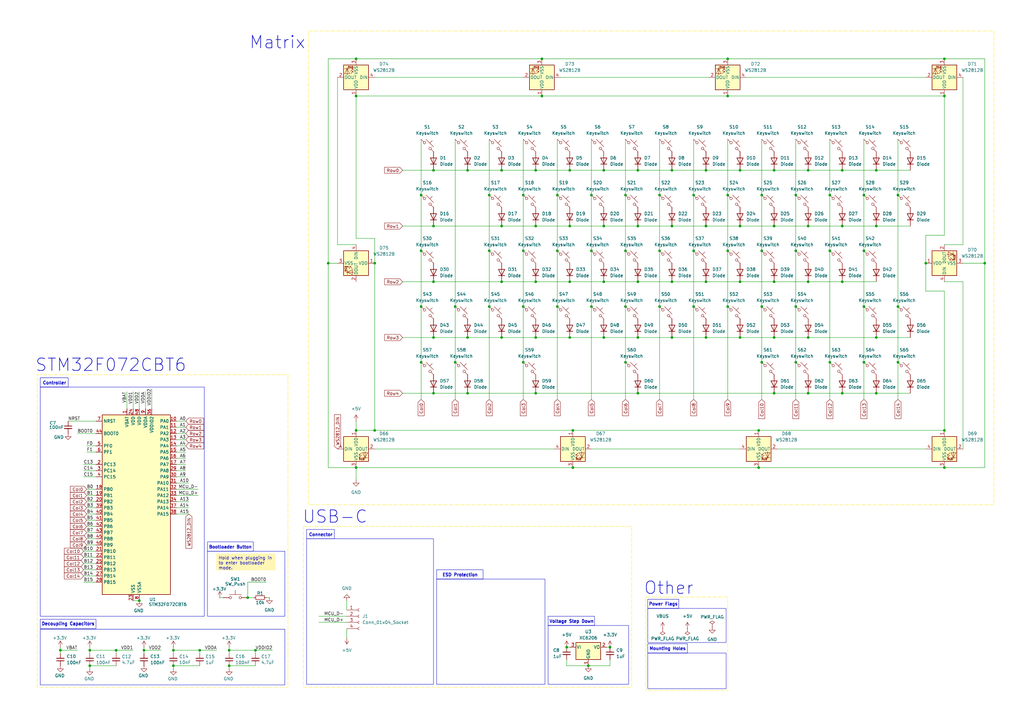
<source format=kicad_sch>
(kicad_sch (version 20231120) (generator "eeschema") (generator_version "8.0")
  (paper "A3")
  (title_block (rev "V1.0.0"))
  (junction (at 242.57 125.73))
  (junction (at 222.25 39.37))
  (junction (at 71.12 273.05))
  (junction (at 317.5 138.43))
  (junction (at 177.8 138.43))
  (junction (at 219.71 161.29))
  (junction (at 261.62 138.43))
  (junction (at 247.65 138.43))
  (junction (at 242.57 80.01))
  (junction (at 228.6 125.73))
  (junction (at 205.74 138.43))
  (junction (at 326.39 80.01))
  (junction (at 219.71 69.85))
  (junction (at 214.63 80.01))
  (junction (at 275.59 69.85))
  (junction (at 312.42 148.59))
  (junction (at 284.48 102.87))
  (junction (at 177.8 92.71))
  (junction (at 177.8 161.29))
  (junction (at 289.56 92.71))
  (junction (at 340.36 148.59))
  (junction (at 191.77 69.85))
  (junction (at 153.67 176.53))
  (junction (at 284.48 80.01))
  (junction (at 232.41 265.43))
  (junction (at 368.3 80.01))
  (junction (at 368.3 148.59))
  (junction (at 233.68 115.57))
  (junction (at 172.72 148.59))
  (junction (at 359.41 92.71))
  (junction (at 47.625 266.7))
  (junction (at 289.56 69.85))
  (junction (at 219.71 92.71))
  (junction (at 354.33 80.01))
  (junction (at 200.66 80.01))
  (junction (at 59.055 266.7))
  (junction (at 256.54 102.87))
  (junction (at 298.45 24.13))
  (junction (at 57.15 246.38))
  (junction (at 326.39 125.73))
  (junction (at 261.62 161.29))
  (junction (at 36.83 273.05))
  (junction (at 205.74 92.71))
  (junction (at 186.69 148.59))
  (junction (at 326.39 148.59))
  (junction (at 317.5 69.85))
  (junction (at 247.65 92.71))
  (junction (at 354.33 148.59))
  (junction (at 134.62 107.95))
  (junction (at 222.25 24.13))
  (junction (at 256.54 125.73))
  (junction (at 298.45 80.01))
  (junction (at 284.48 125.73))
  (junction (at 289.56 138.43))
  (junction (at 101.6 245.11))
  (junction (at 298.45 102.87))
  (junction (at 403.86 107.95))
  (junction (at 261.62 92.71))
  (junction (at 214.63 125.73))
  (junction (at 387.35 24.13))
  (junction (at 331.47 69.85))
  (junction (at 177.8 115.57))
  (junction (at 345.44 92.71))
  (junction (at 303.53 115.57))
  (junction (at 368.3 125.73))
  (junction (at 234.95 191.77))
  (junction (at 317.5 161.29))
  (junction (at 331.47 161.29))
  (junction (at 326.39 102.87))
  (junction (at 191.77 161.29))
  (junction (at 177.8 69.85))
  (junction (at 303.53 138.43))
  (junction (at 200.66 102.87))
  (junction (at 228.6 102.87))
  (junction (at 289.56 115.57))
  (junction (at 298.45 39.37))
  (junction (at 104.775 266.7))
  (junction (at 387.35 191.77))
  (junction (at 191.77 138.43))
  (junction (at 312.42 80.01))
  (junction (at 256.54 80.01))
  (junction (at 261.62 69.85))
  (junction (at 331.47 138.43))
  (junction (at 24.765 266.7))
  (junction (at 387.35 176.53))
  (junction (at 205.74 115.57))
  (junction (at 146.05 176.53))
  (junction (at 186.69 125.73))
  (junction (at 146.05 191.77))
  (junction (at 93.98 273.05))
  (junction (at 214.63 102.87))
  (junction (at 242.57 102.87))
  (junction (at 270.51 80.01))
  (junction (at 36.83 266.7))
  (junction (at 379.73 107.95))
  (junction (at 345.44 69.85))
  (junction (at 359.41 161.29))
  (junction (at 81.915 266.7))
  (junction (at 312.42 125.73))
  (junction (at 247.65 115.57))
  (junction (at 345.44 115.57))
  (junction (at 219.71 138.43))
  (junction (at 234.95 176.53))
  (junction (at 317.5 115.57))
  (junction (at 354.33 125.73))
  (junction (at 317.5 92.71))
  (junction (at 298.45 125.73))
  (junction (at 275.59 92.71))
  (junction (at 340.36 80.01))
  (junction (at 359.41 138.43))
  (junction (at 311.15 176.53))
  (junction (at 146.05 24.13))
  (junction (at 311.15 191.77))
  (junction (at 331.47 115.57))
  (junction (at 172.72 80.01))
  (junction (at 247.65 69.85))
  (junction (at 146.05 39.37))
  (junction (at 172.72 102.87))
  (junction (at 270.51 102.87))
  (junction (at 200.66 125.73))
  (junction (at 205.74 69.85))
  (junction (at 345.44 161.29))
  (junction (at 71.12 266.7))
  (junction (at 233.68 138.43))
  (junction (at 214.63 148.59))
  (junction (at 228.6 80.01))
  (junction (at 275.59 138.43))
  (junction (at 233.68 69.85))
  (junction (at 261.62 115.57))
  (junction (at 241.3 273.05))
  (junction (at 256.54 148.59))
  (junction (at 219.71 115.57))
  (junction (at 233.68 92.71))
  (junction (at 270.51 125.73))
  (junction (at 303.53 69.85))
  (junction (at 153.67 107.95))
  (junction (at 250.19 265.43))
  (junction (at 354.33 102.87))
  (junction (at 340.36 102.87))
  (junction (at 359.41 69.85))
  (junction (at 93.98 266.7))
  (junction (at 275.59 115.57))
  (junction (at 303.53 92.71))
  (junction (at 387.35 39.37))
  (junction (at 172.72 125.73))
  (junction (at 312.42 102.87))
  (junction (at 331.47 92.71))
  (wire (pts (xy 317.5 92.71) (xy 331.47 92.71)))
  (wire (pts (xy 326.39 125.73) (xy 326.39 148.59)))
  (wire (pts (xy 177.8 69.85) (xy 191.77 69.85)))
  (wire (pts (xy 256.54 80.01) (xy 256.54 102.87)))
  (wire (pts (xy 214.63 57.15) (xy 214.63 80.01)))
  (wire (pts (xy 284.48 125.73) (xy 284.48 163.83)))
  (wire (pts (xy 134.62 24.13) (xy 146.05 24.13)))
  (wire (pts (xy 317.5 115.57) (xy 331.47 115.57)))
  (wire (pts (xy 34.29 231.14) (xy 39.37 231.14)))
  (wire (pts (xy 205.74 69.85) (xy 219.71 69.85)))
  (wire (pts (xy 34.29 238.76) (xy 39.37 238.76)))
  (wire (pts (xy 234.95 191.77) (xy 311.15 191.77)))
  (wire (pts (xy 242.57 57.15) (xy 242.57 80.01)))
  (wire (pts (xy 71.12 266.7) (xy 71.12 267.97)))
  (wire (pts (xy 34.29 193.04) (xy 39.37 193.04)))
  (wire (pts (xy 312.42 148.59) (xy 312.42 163.83)))
  (wire (pts (xy 142.24 246.38) (xy 142.24 250.19)))
  (wire (pts (xy 233.68 115.57) (xy 247.65 115.57)))
  (wire (pts (xy 247.65 69.85) (xy 261.62 69.85)))
  (wire (pts (xy 52.07 160.655) (xy 52.07 167.64)))
  (wire (pts (xy 242.57 80.01) (xy 242.57 102.87)))
  (wire (pts (xy 359.41 161.29) (xy 373.38 161.29)))
  (wire (pts (xy 368.3 80.01) (xy 368.3 125.73)))
  (wire (pts (xy 247.65 138.43) (xy 261.62 138.43)))
  (wire (pts (xy 27.94 172.72) (xy 39.37 172.72)))
  (wire (pts (xy 191.77 138.43) (xy 205.74 138.43)))
  (wire (pts (xy 233.68 69.85) (xy 247.65 69.85)))
  (wire (pts (xy 228.6 57.15) (xy 228.6 80.01)))
  (wire (pts (xy 76.2 193.04) (xy 72.39 193.04)))
  (wire (pts (xy 248.92 265.43) (xy 250.19 265.43)))
  (wire (pts (xy 387.35 96.52) (xy 387.35 39.37)))
  (wire (pts (xy 76.2 185.42) (xy 72.39 185.42)))
  (wire (pts (xy 24.765 266.7) (xy 24.765 267.97)))
  (wire (pts (xy 101.6 245.11) (xy 104.14 245.11)))
  (wire (pts (xy 153.67 97.79) (xy 153.67 107.95)))
  (wire (pts (xy 191.77 69.85) (xy 205.74 69.85)))
  (wire (pts (xy 394.97 115.57) (xy 387.35 115.57)))
  (wire (pts (xy 318.77 184.15) (xy 379.73 184.15)))
  (wire (pts (xy 228.6 102.87) (xy 228.6 125.73)))
  (wire (pts (xy 47.625 266.7) (xy 47.625 267.97)))
  (wire (pts (xy 81.28 200.66) (xy 72.39 200.66)))
  (wire (pts (xy 24.765 265.43) (xy 24.765 266.7)))
  (wire (pts (xy 229.87 31.75) (xy 290.83 31.75)))
  (wire (pts (xy 331.47 138.43) (xy 359.41 138.43)))
  (wire (pts (xy 354.33 148.59) (xy 354.33 163.83)))
  (wire (pts (xy 205.74 92.71) (xy 219.71 92.71)))
  (wire (pts (xy 368.3 57.15) (xy 368.3 80.01)))
  (wire (pts (xy 275.59 115.57) (xy 289.56 115.57)))
  (wire (pts (xy 345.44 161.29) (xy 359.41 161.29)))
  (wire (pts (xy 403.86 107.95) (xy 403.86 191.77)))
  (wire (pts (xy 76.2 195.58) (xy 72.39 195.58)))
  (wire (pts (xy 298.45 102.87) (xy 298.45 125.73)))
  (wire (pts (xy 312.42 125.73) (xy 312.42 148.59)))
  (wire (pts (xy 312.42 102.87) (xy 312.42 125.73)))
  (wire (pts (xy 241.3 273.05) (xy 250.19 273.05)))
  (wire (pts (xy 35.56 218.44) (xy 39.37 218.44)))
  (wire (pts (xy 256.54 57.15) (xy 256.54 80.01)))
  (wire (pts (xy 394.97 184.15) (xy 394.97 115.57)))
  (wire (pts (xy 35.56 213.36) (xy 39.37 213.36)))
  (wire (pts (xy 228.6 80.01) (xy 228.6 102.87)))
  (wire (pts (xy 242.57 163.83) (xy 242.57 125.73)))
  (wire (pts (xy 93.98 273.05) (xy 104.775 273.05)))
  (wire (pts (xy 219.71 161.29) (xy 261.62 161.29)))
  (wire (pts (xy 138.43 31.75) (xy 138.43 100.33)))
  (wire (pts (xy 354.33 125.73) (xy 354.33 148.59)))
  (wire (pts (xy 326.39 163.83) (xy 326.39 148.59)))
  (wire (pts (xy 36.83 273.05) (xy 47.625 273.05)))
  (wire (pts (xy 77.47 210.82) (xy 72.39 210.82)))
  (wire (pts (xy 35.56 203.2) (xy 39.37 203.2)))
  (wire (pts (xy 379.73 107.95) (xy 379.73 119.38)))
  (wire (pts (xy 354.33 102.87) (xy 354.33 125.73)))
  (wire (pts (xy 34.29 228.6) (xy 39.37 228.6)))
  (wire (pts (xy 222.25 24.13) (xy 298.45 24.13)))
  (wire (pts (xy 76.2 180.34) (xy 72.39 180.34)))
  (wire (pts (xy 219.71 69.85) (xy 233.68 69.85)))
  (wire (pts (xy 250.19 270.51) (xy 250.19 273.05)))
  (wire (pts (xy 177.8 115.57) (xy 205.74 115.57)))
  (wire (pts (xy 165.1 161.29) (xy 177.8 161.29)))
  (wire (pts (xy 232.41 265.43) (xy 233.68 265.43)))
  (wire (pts (xy 387.35 119.38) (xy 379.73 119.38)))
  (wire (pts (xy 306.07 31.75) (xy 379.73 31.75)))
  (wire (pts (xy 214.63 125.73) (xy 214.63 148.59)))
  (wire (pts (xy 303.53 138.43) (xy 317.5 138.43)))
  (wire (pts (xy 403.86 107.95) (xy 403.86 24.13)))
  (wire (pts (xy 35.56 182.88) (xy 39.37 182.88)))
  (wire (pts (xy 275.59 138.43) (xy 289.56 138.43)))
  (wire (pts (xy 270.51 57.15) (xy 270.51 80.01)))
  (wire (pts (xy 76.2 172.72) (xy 72.39 172.72)))
  (wire (pts (xy 134.62 107.95) (xy 134.62 191.77)))
  (wire (pts (xy 66.04 266.7) (xy 59.055 266.7)))
  (wire (pts (xy 234.95 176.53) (xy 311.15 176.53)))
  (wire (pts (xy 214.63 102.87) (xy 214.63 125.73)))
  (wire (pts (xy 311.15 191.77) (xy 387.35 191.77)))
  (wire (pts (xy 331.47 69.85) (xy 345.44 69.85)))
  (wire (pts (xy 340.36 57.15) (xy 340.36 80.01)))
  (wire (pts (xy 165.1 138.43) (xy 177.8 138.43)))
  (wire (pts (xy 200.66 125.73) (xy 200.66 163.83)))
  (wire (pts (xy 109.22 245.11) (xy 110.49 245.11)))
  (wire (pts (xy 379.73 96.52) (xy 379.73 107.95)))
  (wire (pts (xy 104.775 266.7) (xy 111.76 266.7)))
  (wire (pts (xy 54.61 246.38) (xy 57.15 246.38)))
  (wire (pts (xy 345.44 69.85) (xy 359.41 69.85)))
  (wire (pts (xy 256.54 125.73) (xy 256.54 148.59)))
  (wire (pts (xy 172.72 102.87) (xy 172.72 125.73)))
  (wire (pts (xy 36.83 274.32) (xy 36.83 273.05)))
  (wire (pts (xy 368.3 125.73) (xy 368.3 148.59)))
  (wire (pts (xy 186.69 57.15) (xy 186.69 125.73)))
  (wire (pts (xy 59.69 160.655) (xy 59.69 167.64)))
  (wire (pts (xy 62.23 159.385) (xy 62.23 167.64)))
  (wire (pts (xy 284.48 80.01) (xy 284.48 102.87)))
  (wire (pts (xy 270.51 80.01) (xy 270.51 102.87)))
  (wire (pts (xy 256.54 102.87) (xy 256.54 125.73)))
  (wire (pts (xy 35.56 208.28) (xy 39.37 208.28)))
  (wire (pts (xy 146.05 97.79) (xy 153.67 97.79)))
  (wire (pts (xy 34.29 226.06) (xy 39.37 226.06)))
  (wire (pts (xy 146.05 39.37) (xy 146.05 97.79)))
  (wire (pts (xy 331.47 161.29) (xy 345.44 161.29)))
  (wire (pts (xy 34.29 233.68) (xy 39.37 233.68)))
  (wire (pts (xy 93.98 265.43) (xy 93.98 266.7)))
  (wire (pts (xy 284.48 57.15) (xy 284.48 80.01)))
  (wire (pts (xy 312.42 57.15) (xy 312.42 80.01)))
  (wire (pts (xy 219.71 92.71) (xy 233.68 92.71)))
  (wire (pts (xy 146.05 24.13) (xy 222.25 24.13)))
  (wire (pts (xy 172.72 125.73) (xy 172.72 148.59)))
  (wire (pts (xy 71.12 274.32) (xy 71.12 273.05)))
  (wire (pts (xy 331.47 92.71) (xy 345.44 92.71)))
  (wire (pts (xy 219.71 138.43) (xy 233.68 138.43)))
  (wire (pts (xy 35.56 205.74) (xy 39.37 205.74)))
  (wire (pts (xy 261.62 92.71) (xy 275.59 92.71)))
  (wire (pts (xy 76.2 175.26) (xy 72.39 175.26)))
  (wire (pts (xy 387.35 24.13) (xy 403.86 24.13)))
  (wire (pts (xy 379.73 96.52) (xy 387.35 96.52)))
  (wire (pts (xy 34.29 236.22) (xy 39.37 236.22)))
  (wire (pts (xy 261.62 138.43) (xy 275.59 138.43)))
  (wire (pts (xy 317.5 138.43) (xy 331.47 138.43)))
  (wire (pts (xy 36.83 265.43) (xy 36.83 266.7)))
  (wire (pts (xy 303.53 92.71) (xy 317.5 92.71)))
  (wire (pts (xy 270.51 125.73) (xy 270.51 163.83)))
  (wire (pts (xy 77.47 208.28) (xy 72.39 208.28)))
  (wire (pts (xy 57.15 160.655) (xy 57.15 167.64)))
  (wire (pts (xy 93.98 266.7) (xy 93.98 267.97)))
  (wire (pts (xy 222.25 39.37) (xy 298.45 39.37)))
  (wire (pts (xy 340.36 102.87) (xy 340.36 148.59)))
  (wire (pts (xy 177.8 161.29) (xy 191.77 161.29)))
  (wire (pts (xy 186.69 125.73) (xy 186.69 148.59)))
  (wire (pts (xy 146.05 176.53) (xy 153.67 176.53)))
  (wire (pts (xy 214.63 80.01) (xy 214.63 102.87)))
  (wire (pts (xy 232.41 273.05) (xy 241.3 273.05)))
  (wire (pts (xy 326.39 102.87) (xy 326.39 125.73)))
  (wire (pts (xy 101.6 238.76) (xy 101.6 245.11)))
  (wire (pts (xy 326.39 57.15) (xy 326.39 80.01)))
  (wire (pts (xy 331.47 115.57) (xy 345.44 115.57)))
  (wire (pts (xy 47.625 266.7) (xy 54.61 266.7)))
  (wire (pts (xy 289.56 92.71) (xy 303.53 92.71)))
  (wire (pts (xy 165.1 92.71) (xy 177.8 92.71)))
  (wire (pts (xy 284.48 102.87) (xy 284.48 125.73)))
  (wire (pts (xy 138.43 100.33) (xy 146.05 100.33)))
  (wire (pts (xy 200.66 80.01) (xy 200.66 102.87)))
  (wire (pts (xy 205.74 115.57) (xy 219.71 115.57)))
  (wire (pts (xy 191.77 161.29) (xy 219.71 161.29)))
  (wire (pts (xy 165.1 69.85) (xy 177.8 69.85)))
  (wire (pts (xy 153.67 31.75) (xy 214.63 31.75)))
  (wire (pts (xy 81.28 203.2) (xy 72.39 203.2)))
  (wire (pts (xy 146.05 39.37) (xy 222.25 39.37)))
  (wire (pts (xy 261.62 161.29) (xy 317.5 161.29)))
  (wire (pts (xy 59.055 266.7) (xy 59.055 267.97)))
  (wire (pts (xy 359.41 69.85) (xy 373.38 69.85)))
  (wire (pts (xy 76.2 190.5) (xy 72.39 190.5)))
  (wire (pts (xy 312.42 80.01) (xy 312.42 102.87)))
  (wire (pts (xy 76.2 182.88) (xy 72.39 182.88)))
  (wire (pts (xy 35.56 185.42) (xy 39.37 185.42)))
  (wire (pts (xy 177.8 92.71) (xy 205.74 92.71)))
  (wire (pts (xy 71.12 273.05) (xy 81.915 273.05)))
  (wire (pts (xy 232.41 270.51) (xy 232.41 273.05)))
  (wire (pts (xy 228.6 125.73) (xy 228.6 163.83)))
  (wire (pts (xy 34.29 195.58) (xy 39.37 195.58)))
  (wire (pts (xy 59.055 265.43) (xy 59.055 266.7)))
  (wire (pts (xy 186.69 148.59) (xy 186.69 163.83)))
  (wire (pts (xy 76.2 177.8) (xy 72.39 177.8)))
  (wire (pts (xy 130.81 255.27) (xy 142.24 255.27)))
  (wire (pts (xy 90.17 245.11) (xy 91.44 245.11)))
  (wire (pts (xy 165.1 115.57) (xy 177.8 115.57)))
  (wire (pts (xy 93.98 274.32) (xy 93.98 273.05)))
  (wire (pts (xy 146.05 191.77) (xy 234.95 191.77)))
  (wire (pts (xy 219.71 115.57) (xy 233.68 115.57)))
  (wire (pts (xy 261.62 115.57) (xy 275.59 115.57)))
  (wire (pts (xy 205.74 138.43) (xy 219.71 138.43)))
  (wire (pts (xy 71.12 265.43) (xy 71.12 266.7)))
  (wire (pts (xy 134.62 24.13) (xy 134.62 107.95)))
  (wire (pts (xy 289.56 115.57) (xy 303.53 115.57)))
  (wire (pts (xy 200.66 102.87) (xy 200.66 125.73)))
  (wire (pts (xy 303.53 115.57) (xy 317.5 115.57)))
  (wire (pts (xy 298.45 39.37) (xy 387.35 39.37)))
  (wire (pts (xy 36.83 266.7) (xy 47.625 266.7)))
  (wire (pts (xy 214.63 148.59) (xy 214.63 163.83)))
  (wire (pts (xy 153.67 176.53) (xy 234.95 176.53)))
  (wire (pts (xy 109.22 238.76) (xy 101.6 238.76)))
  (wire (pts (xy 289.56 69.85) (xy 303.53 69.85)))
  (wire (pts (xy 275.59 69.85) (xy 289.56 69.85)))
  (wire (pts (xy 146.05 191.77) (xy 146.05 196.85)))
  (wire (pts (xy 394.97 31.75) (xy 394.97 100.33)))
  (wire (pts (xy 340.36 80.01) (xy 340.36 102.87)))
  (wire (pts (xy 35.56 223.52) (xy 39.37 223.52)))
  (wire (pts (xy 326.39 80.01) (xy 326.39 102.87)))
  (wire (pts (xy 359.41 92.71) (xy 373.38 92.71)))
  (wire (pts (xy 303.53 69.85) (xy 317.5 69.85)))
  (wire (pts (xy 104.775 266.7) (xy 104.775 267.97)))
  (wire (pts (xy 261.62 69.85) (xy 275.59 69.85)))
  (wire (pts (xy 359.41 138.43) (xy 373.38 138.43)))
  (wire (pts (xy 142.24 261.62) (xy 142.24 257.81)))
  (wire (pts (xy 200.66 57.15) (xy 200.66 80.01)))
  (wire (pts (xy 153.67 184.15) (xy 227.33 184.15)))
  (wire (pts (xy 247.65 115.57) (xy 261.62 115.57)))
  (wire (pts (xy 177.8 138.43) (xy 191.77 138.43)))
  (wire (pts (xy 368.3 148.59) (xy 368.3 163.83)))
  (wire (pts (xy 387.35 176.53) (xy 387.35 119.38)))
  (wire (pts (xy 134.62 191.77) (xy 146.05 191.77)))
  (wire (pts (xy 81.915 266.7) (xy 81.915 267.97)))
  (wire (pts (xy 298.45 80.01) (xy 298.45 102.87)))
  (wire (pts (xy 256.54 148.59) (xy 256.54 163.83)))
  (wire (pts (xy 35.56 210.82) (xy 39.37 210.82)))
  (wire (pts (xy 233.68 138.43) (xy 247.65 138.43)))
  (wire (pts (xy 146.05 172.72) (xy 146.05 176.53)))
  (wire (pts (xy 36.83 266.7) (xy 36.83 267.97)))
  (wire (pts (xy 134.62 107.95) (xy 138.43 107.95)))
  (wire (pts (xy 172.72 148.59) (xy 172.72 163.83)))
  (wire (pts (xy 317.5 69.85) (xy 331.47 69.85)))
  (wire (pts (xy 130.81 252.73) (xy 142.24 252.73)))
  (wire (pts (xy 31.75 266.7) (xy 24.765 266.7)))
  (wire (pts (xy 242.57 184.15) (xy 303.53 184.15)))
  (wire (pts (xy 242.57 102.87) (xy 242.57 125.73)))
  (wire (pts (xy 233.68 92.71) (xy 247.65 92.71)))
  (wire (pts (xy 275.59 92.71) (xy 289.56 92.71)))
  (wire (pts (xy 54.61 160.655) (xy 54.61 167.64)))
  (wire (pts (xy 394.97 107.95) (xy 403.86 107.95)))
  (wire (pts (xy 317.5 161.29) (xy 331.47 161.29)))
  (wire (pts (xy 71.12 266.7) (xy 81.915 266.7)))
  (wire (pts (xy 345.44 92.71) (xy 359.41 92.71)))
  (wire (pts (xy 81.915 266.7) (xy 88.9 266.7)))
  (wire (pts (xy 311.15 176.53) (xy 387.35 176.53)))
  (wire (pts (xy 77.47 198.12) (xy 72.39 198.12)))
  (wire (pts (xy 298.45 24.13) (xy 387.35 24.13)))
  (wire (pts (xy 77.47 205.74) (xy 72.39 205.74)))
  (wire (pts (xy 35.56 220.98) (xy 39.37 220.98)))
  (wire (pts (xy 153.67 107.95) (xy 153.67 176.53)))
  (wire (pts (xy 76.2 187.96) (xy 72.39 187.96)))
  (wire (pts (xy 387.35 191.77) (xy 403.86 191.77)))
  (wire (pts (xy 31.75 177.8) (xy 39.37 177.8)))
  (wire (pts (xy 354.33 80.01) (xy 354.33 102.87)))
  (wire (pts (xy 340.36 148.59) (xy 340.36 163.83)))
  (wire (pts (xy 270.51 102.87) (xy 270.51 125.73)))
  (wire (pts (xy 387.35 100.33) (xy 394.97 100.33)))
  (wire (pts (xy 298.45 125.73) (xy 298.45 163.83)))
  (wire (pts (xy 34.29 190.5) (xy 39.37 190.5)))
  (wire (pts (xy 247.65 92.71) (xy 261.62 92.71)))
  (wire (pts (xy 172.72 57.15) (xy 172.72 80.01)))
  (wire (pts (xy 298.45 57.15) (xy 298.45 80.01)))
  (wire (pts (xy 345.44 115.57) (xy 359.41 115.57)))
  (wire (pts (xy 35.56 200.66) (xy 39.37 200.66)))
  (wire (pts (xy 354.33 57.15) (xy 354.33 80.01)))
  (wire (pts (xy 289.56 138.43) (xy 303.53 138.43)))
  (wire (pts (xy 93.98 266.7) (xy 104.775 266.7)))
  (wire (pts (xy 172.72 80.01) (xy 172.72 102.87)))
  (wire (pts (xy 35.56 215.9) (xy 39.37 215.9)))
  (rectangle (start 179.07 237.49) (end 223.52 280.67))
  (rectangle (start 16.51 258.064) (end 116.84 280.924))
  (rectangle (start 125.73 217.17) (end 137.16 220.98))
  (rectangle (start 265.684 264.033) (end 281.94 267.843))
  (rectangle (start 224.79 256.54) (end 257.81 280.67))
  (rectangle (start 15.24 153.67) (end 118.11 281.94) (stroke (width 0) (type dash) (color 255 229 36 1)))
  (rectangle (start 16.51 154.94) (end 27.94 158.75))
  (rectangle (start 265.684 245.745) (end 278.384 249.555))
  (rectangle (start 124.46 215.9) (end 259.08 281.94) (stroke (width 0) (type dash) (color 255 229 36 1)))
  (rectangle (start 85.09 222.25) (end 103.886 226.06))
  (rectangle (start 265.684 267.843) (end 297.815 282.448))
  (rectangle (start 264.922 244.856) (end 298.45 283.21) (stroke (width 0) (type dash) (color 255 229 36 1)))
  (rectangle (start 224.79 252.73) (end 243.84 256.54))
  (rectangle (start 85.09 226.06) (end 116.84 252.73))
  (rectangle (start 179.07 233.68) (end 198.12 237.49))
  (rectangle (start 126.492 12.7) (end 407.67 207.01) (stroke (width 0) (type dash) (color 255 229 36 1)))
  (rectangle (start 16.51 158.75) (end 83.82 252.73))
  (rectangle (start 125.73 220.98) (end 177.8 280.67))
  (rectangle (start 265.684 249.555) (end 297.815 263.525))
  (rectangle (start 16.51 254) (end 39.37 257.81))
  (text_box "Hold when plugging in to enter bootloader mode." (at 88.646 227.076 0) (size 24.384 6.858) (stroke (width -0.0001)) (fill (type color) (color 255 229 36 0.33)) (effects (font (size 1.27 1.27)) (justify left top)))
  (text "STM32F072CBT6" (at 45.466 149.86 0) (effects (font (size 5.08 5.08) (thickness 0.254) (bold yes))))
  (text "USB-C\n" (at 137.414 212.09 0) (effects (font (size 5.08 5.08) (thickness 0.254) (bold yes))))
  (text "Mounting Holes" (at 273.812 266.192 0) (effects (font (size 1.27 1.27) (thickness 0.254) (bold yes))))
  (text "Decoupling Capacitors" (at 27.94 256.032 0) (effects (font (size 1.27 1.27) (thickness 0.254) (bold yes))))
  (text "Controller\n" (at 22.352 157.226 0) (effects (font (size 1.27 1.27) (thickness 0.254) (bold yes))))
  (text "ESD Protection" (at 188.722 235.966 0) (effects (font (size 1.27 1.27) (thickness 0.254) (bold yes))))
  (text "Power Flags" (at 272.034 247.904 0) (effects (font (size 1.27 1.27) (thickness 0.254) (bold yes))))
  (text "Voltage Step Down" (at 234.442 255.016 0) (effects (font (size 1.27 1.27) (thickness 0.254) (bold yes))))
  (text "Other" (at 274.32 241.3 0) (effects (font (size 5.08 5.08) (thickness 0.254) (bold yes))))
  (text "Bootloader Button" (at 94.488 224.536 0) (effects (font (size 1.27 1.27) (thickness 0.254) (bold yes))))
  (text "Matrix" (at 113.792 17.526 0) (effects (font (size 5.08 5.08) (thickness 0.254) (bold yes))))
  (text "Connector\n" (at 131.572 219.456 0) (effects (font (size 1.27 1.27) (thickness 0.254) (bold yes))))
  (label "A7" (at 76.2 190.5 180))
  (label "A6" (at 76.2 187.96 180))
  (label "A10" (at 77.47 198.12 180))
  (label "B0" (at 35.56 200.66 0))
  (label "B6" (at 35.56 215.9 0))
  (label "MCU_D-" (at 81.28 200.66 180))
  (label "A3" (at 76.2 180.34 180))
  (label "B7" (at 35.56 218.44 0))
  (label "A15" (at 77.47 210.82 180))
  (label "VBAT" (at 31.75 266.7 180))
  (label "A5" (at 76.2 185.42 180))
  (label "B5" (at 35.56 213.36 0))
  (label "B1" (at 35.56 203.2 0))
  (label "B9" (at 35.56 223.52 0))
  (label "VDDIO2" (at 62.23 159.385 270))
  (label "B11" (at 34.29 228.6 0))
  (label "B4" (at 35.56 210.82 0))
  (label "MCU_D+" (at 81.28 203.2 180))
  (label "A14" (at 77.47 208.28 180))
  (label "NRST" (at 27.94 172.72 0))
  (label "VDDIO2" (at 111.76 266.7 180))
  (label "VDD2" (at 57.15 160.655 270))
  (label "MCU_D+" (at 140.97 255.27 180))
  (label "A2" (at 76.2 177.8 180))
  (label "VDDA" (at 59.69 160.655 270))
  (label "F0" (at 35.56 182.88 0))
  (label "BOOT0" (at 109.22 238.76 180))
  (label "B15" (at 34.29 238.76 0))
  (label "F1" (at 35.56 185.42 0))
  (label "A13" (at 77.47 205.74 180))
  (label "B12" (at 34.29 231.14 0))
  (label "A9" (at 76.2 195.58 180))
  (label "A8" (at 76.2 193.04 180))
  (label "C13" (at 34.29 190.5 0))
  (label "B8" (at 35.56 220.98 0))
  (label "MCU_D-" (at 140.97 252.73 180))
  (label "BOOT0" (at 31.75 177.8 0))
  (label "A1" (at 76.2 175.26 180))
  (label "B2" (at 35.56 205.74 0))
  (label "C15" (at 34.29 195.58 0))
  (label "B13" (at 34.29 233.68 0))
  (label "VDD1" (at 54.61 160.655 270))
  (label "VDDA" (at 88.9 266.7 180))
  (label "VDD2" (at 66.04 266.7 180))
  (label "B3" (at 35.56 208.28 0))
  (label "B10" (at 34.29 226.06 0))
  (label "VBAT" (at 52.07 160.655 270))
  (label "A0" (at 76.2 172.72 180))
  (label "B14" (at 34.29 236.22 0))
  (label "A4" (at 76.2 182.88 180))
  (label "VDD1" (at 54.61 266.7 180))
  (label "C14" (at 34.29 193.04 0))
  (global_label "Col6" (shape input) (at 35.56 215.9 180) (property "Intersheetrefs" "${INTERSHEET_REFS}" (effects (hide yes))))
  (global_label "Col12" (shape input) (at 340.36 163.83 270) (property "Intersheetrefs" "${INTERSHEET_REFS}" (effects (hide yes))))
  (global_label "Row2" (shape input) (at 165.1 115.57 180) (property "Intersheetrefs" "${INTERSHEET_REFS}" (effects (hide yes))))
  (global_label "Col8" (shape input) (at 284.48 163.83 270) (property "Intersheetrefs" "${INTERSHEET_REFS}" (effects (hide yes))))
  (global_label "Col3" (shape input) (at 35.56 208.28 180) (property "Intersheetrefs" "${INTERSHEET_REFS}" (effects (hide yes))))
  (global_label "Col0" (shape input) (at 35.56 200.66 180) (property "Intersheetrefs" "${INTERSHEET_REFS}" (effects (hide yes))))
  (global_label "Col1" (shape input) (at 35.56 203.2 180) (property "Intersheetrefs" "${INTERSHEET_REFS}" (effects (hide yes))))
  (global_label "Col2" (shape input) (at 35.56 205.74 180) (property "Intersheetrefs" "${INTERSHEET_REFS}" (effects (hide yes))))
  (global_label "Row2" (shape input) (at 76.2 177.8 0) (property "Intersheetrefs" "${INTERSHEET_REFS}" (effects (hide yes))))
  (global_label "Row0" (shape input) (at 165.1 69.85 180) (property "Intersheetrefs" "${INTERSHEET_REFS}" (effects (hide yes))))
  (global_label "Col13" (shape input) (at 34.29 233.68 180) (property "Intersheetrefs" "${INTERSHEET_REFS}" (effects (hide yes))))
  (global_label "Col5" (shape input) (at 242.57 163.83 270) (property "Intersheetrefs" "${INTERSHEET_REFS}" (effects (hide yes))))
  (global_label "Col5" (shape input) (at 35.56 213.36 180) (property "Intersheetrefs" "${INTERSHEET_REFS}" (effects (hide yes))))
  (global_label "Col14" (shape input) (at 34.29 236.22 180) (property "Intersheetrefs" "${INTERSHEET_REFS}" (effects (hide yes))))
  (global_label "WS2812_DIN" (shape input) (at 77.47 210.82 270) (property "Intersheetrefs" "${INTERSHEET_REFS}" (effects (hide yes))))
  (global_label "Row4" (shape input) (at 165.1 161.29 180) (property "Intersheetrefs" "${INTERSHEET_REFS}" (effects (hide yes))))
  (global_label "Col11" (shape input) (at 326.39 163.83 270) (property "Intersheetrefs" "${INTERSHEET_REFS}" (effects (hide yes))))
  (global_label "Row1" (shape input) (at 165.1 92.71 180) (property "Intersheetrefs" "${INTERSHEET_REFS}" (effects (hide yes))))
  (global_label "Col8" (shape input) (at 35.56 220.98 180) (property "Intersheetrefs" "${INTERSHEET_REFS}" (effects (hide yes))))
  (global_label "Row4" (shape input) (at 76.2 182.88 0) (property "Intersheetrefs" "${INTERSHEET_REFS}" (effects (hide yes))))
  (global_label "Row1" (shape input) (at 76.2 175.26 0) (property "Intersheetrefs" "${INTERSHEET_REFS}" (effects (hide yes))))
  (global_label "Col7" (shape input) (at 35.56 218.44 180) (property "Intersheetrefs" "${INTERSHEET_REFS}" (effects (hide yes))))
  (global_label "Col4" (shape input) (at 228.6 163.83 270) (property "Intersheetrefs" "${INTERSHEET_REFS}" (effects (hide yes))))
  (global_label "Col3" (shape input) (at 214.63 163.83 270) (property "Intersheetrefs" "${INTERSHEET_REFS}" (effects (hide yes))))
  (global_label "Col10" (shape input) (at 312.42 163.83 270) (property "Intersheetrefs" "${INTERSHEET_REFS}" (effects (hide yes))))
  (global_label "Col6" (shape input) (at 256.54 163.83 270) (property "Intersheetrefs" "${INTERSHEET_REFS}" (effects (hide yes))))
  (global_label "Col11" (shape input) (at 34.29 228.6 180) (property "Intersheetrefs" "${INTERSHEET_REFS}" (effects (hide yes))))
  (global_label "Col4" (shape input) (at 35.56 210.82 180) (property "Intersheetrefs" "${INTERSHEET_REFS}" (effects (hide yes))))
  (global_label "Col9" (shape input) (at 35.56 223.52 180) (property "Intersheetrefs" "${INTERSHEET_REFS}" (effects (hide yes))))
  (global_label "Col7" (shape input) (at 270.51 163.83 270) (property "Intersheetrefs" "${INTERSHEET_REFS}" (effects (hide yes))))
  (global_label "WS2812_DIN" (shape input) (at 138.43 184.15 90) (property "Intersheetrefs" "${INTERSHEET_REFS}" (effects (hide yes))))
  (global_label "Row3" (shape input) (at 76.2 180.34 0) (property "Intersheetrefs" "${INTERSHEET_REFS}" (effects (hide yes))))
  (global_label "Col2" (shape input) (at 200.66 163.83 270) (property "Intersheetrefs" "${INTERSHEET_REFS}" (effects (hide yes))))
  (global_label "Col14" (shape input) (at 368.3 163.83 270) (property "Intersheetrefs" "${INTERSHEET_REFS}" (effects (hide yes))))
  (global_label "Row3" (shape input) (at 165.1 138.43 180) (property "Intersheetrefs" "${INTERSHEET_REFS}" (effects (hide yes))))
  (global_label "Col10" (shape input) (at 34.29 226.06 180) (property "Intersheetrefs" "${INTERSHEET_REFS}" (effects (hide yes))))
  (global_label "Col0" (shape input) (at 172.72 163.83 270) (property "Intersheetrefs" "${INTERSHEET_REFS}" (effects (hide yes))))
  (global_label "Col1" (shape input) (at 186.69 163.83 270) (property "Intersheetrefs" "${INTERSHEET_REFS}" (effects (hide yes))))
  (global_label "Col12" (shape input) (at 34.29 231.14 180) (property "Intersheetrefs" "${INTERSHEET_REFS}" (effects (hide yes))))
  (global_label "Col9" (shape input) (at 298.45 163.83 270) (property "Intersheetrefs" "${INTERSHEET_REFS}" (effects (hide yes))))
  (global_label "Col13" (shape input) (at 354.33 163.83 270) (property "Intersheetrefs" "${INTERSHEET_REFS}" (effects (hide yes))))
  (global_label "Row0" (shape input) (at 76.2 172.72 0) (property "Intersheetrefs" "${INTERSHEET_REFS}" (effects (hide yes))))
  (symbol (lib_id "ScottoKeebs:Placeholder_Diode") (at 373.38 157.48 90) (unit 1)
    (property "Reference" "D65" (at 375.92 156.2099 90) (effects (justify right)))
    (property "Value" "Diode" (at 375.92 158.7499 90) (effects (justify right)))
    (property "Footprint" "ScottoKeebs_Components:Diode_SOD-123" (effects (hide yes)))
    (property "Description" "1N4148 (DO-35) or 1N4148W (SOD-123)" (effects (hide yes)))
    (property "Sim.Device" "D" (effects (hide yes)))
    (property "Sim.Pins" "1=K 2=A" (effects (hide yes)))
  )
  (symbol (lib_id "ScottoKeebs:Placeholder_Diode") (at 359.41 88.9 90) (unit 1)
    (property "Reference" "D28" (at 361.95 87.6299 90) (effects (justify right)))
    (property "Value" "Diode" (at 361.95 90.1699 90) (effects (justify right)))
    (property "Footprint" "ScottoKeebs_Components:Diode_SOD-123" (effects (hide yes)))
    (property "Description" "1N4148 (DO-35) or 1N4148W (SOD-123)" (effects (hide yes)))
    (property "Sim.Device" "D" (effects (hide yes)))
    (property "Sim.Pins" "1=K 2=A" (effects (hide yes)))
  )
  (symbol (lib_id "ScottoKeebs:Placeholder_Diode") (at 219.71 157.48 90) (unit 1)
    (property "Reference" "D59" (at 222.25 156.2099 90) (effects (justify right)))
    (property "Value" "Diode" (at 222.25 158.7499 90) (effects (justify right)))
    (property "Footprint" "ScottoKeebs_Components:Diode_SOD-123" (effects (hide yes)))
    (property "Description" "1N4148 (DO-35) or 1N4148W (SOD-123)" (effects (hide yes)))
    (property "Sim.Device" "D" (effects (hide yes)))
    (property "Sim.Pins" "1=K 2=A" (effects (hide yes)))
  )
  (symbol (lib_id "ScottoKeebs:Placeholder_Diode") (at 205.74 134.62 90) (unit 1)
    (property "Reference" "D45" (at 208.28 133.3499 90) (effects (justify right)))
    (property "Value" "Diode" (at 208.28 135.8899 90) (effects (justify right)))
    (property "Footprint" "ScottoKeebs_Components:Diode_SOD-123" (effects (hide yes)))
    (property "Description" "1N4148 (DO-35) or 1N4148W (SOD-123)" (effects (hide yes)))
    (property "Sim.Device" "D" (effects (hide yes)))
    (property "Sim.Pins" "1=K 2=A" (effects (hide yes)))
  )
  (symbol (lib_id "ScottoKeebs:Placeholder_Keyswitch") (at 231.14 82.55 0) (unit 1)
    (property "Reference" "S19" (at 231.14 74.93 0))
    (property "Value" "Keyswitch" (at 231.14 77.47 0))
    (property "Footprint" "ScottoKeebs_Hotswap:Hotswap_MX_1.00u" (effects (hide yes)))
    (property "Description" "Push button switch, normally open, two pins, 45° tilted" (effects (hide yes)))
  )
  (symbol (lib_id "ScottoKeebs:Placeholder_Diode") (at 331.47 66.04 90) (unit 1)
    (property "Reference" "D12" (at 334.01 64.7699 90) (effects (justify right)))
    (property "Value" "Diode" (at 334.01 67.3099 90) (effects (justify right)))
    (property "Footprint" "ScottoKeebs_Components:Diode_SOD-123" (effects (hide yes)))
    (property "Description" "1N4148 (DO-35) or 1N4148W (SOD-123)" (effects (hide yes)))
    (property "Sim.Device" "D" (effects (hide yes)))
    (property "Sim.Pins" "1=K 2=A" (effects (hide yes)))
  )
  (symbol (lib_id "ScottoKeebs:Placeholder_Keyswitch") (at 217.17 105.41 0) (unit 1)
    (property "Reference" "S32" (at 217.17 97.79 0))
    (property "Value" "Keyswitch" (at 217.17 100.33 0))
    (property "Footprint" "ScottoKeebs_Hotswap:Hotswap_MX_1.00u" (effects (hide yes)))
    (property "Description" "Push button switch, normally open, two pins, 45° tilted" (effects (hide yes)))
  )
  (symbol (lib_id "ScottoKeebs:Placeholder_Keyswitch") (at 342.9 105.41 0) (unit 1)
    (property "Reference" "S41" (at 342.9 97.79 0))
    (property "Value" "Keyswitch" (at 342.9 100.33 0))
    (property "Footprint" "ScottoKeebs_Hotswap:Hotswap_MX_1.00u" (effects (hide yes)))
    (property "Description" "Push button switch, normally open, two pins, 45° tilted" (effects (hide yes)))
  )
  (symbol (lib_id "ScottoKeebs:Placeholder_Diode") (at 261.62 66.04 90) (unit 1)
    (property "Reference" "D7" (at 264.16 64.7699 90) (effects (justify right)))
    (property "Value" "Diode" (at 264.16 67.3099 90) (effects (justify right)))
    (property "Footprint" "ScottoKeebs_Components:Diode_SOD-123" (effects (hide yes)))
    (property "Description" "1N4148 (DO-35) or 1N4148W (SOD-123)" (effects (hide yes)))
    (property "Sim.Device" "D" (effects (hide yes)))
    (property "Sim.Pins" "1=K 2=A" (effects (hide yes)))
  )
  (symbol (lib_id "ScottoKeebs:Placeholder_Keyswitch") (at 300.99 59.69 0) (unit 1)
    (property "Reference" "S10" (at 300.99 52.07 0))
    (property "Value" "Keyswitch" (at 300.99 54.61 0))
    (property "Footprint" "ScottoKeebs_Hotswap:Hotswap_MX_1.00u" (effects (hide yes)))
    (property "Description" "Push button switch, normally open, two pins, 45° tilted" (effects (hide yes)))
  )
  (symbol (lib_id "ScottoKeebs:Placeholder_Diode") (at 177.8 66.04 90) (unit 1)
    (property "Reference" "D1" (at 180.34 64.7699 90) (effects (justify right)))
    (property "Value" "Diode" (at 180.34 67.3099 90) (effects (justify right)))
    (property "Footprint" "ScottoKeebs_Components:Diode_SOD-123" (effects (hide yes)))
    (property "Description" "1N4148 (DO-35) or 1N4148W (SOD-123)" (effects (hide yes)))
    (property "Sim.Device" "D" (effects (hide yes)))
    (property "Sim.Pins" "1=K 2=A" (effects (hide yes)))
  )
  (symbol (lib_id "power:+3.3V") (at 93.98 265.43 0) (unit 1)
    (property "Reference" "#PWR024" (effects (hide yes)))
    (property "Value" "+3.3V" (at 93.726 261.62 0))
    (property "Description" "Power symbol creates a global label with name \"+3.3V\"" (effects (hide yes)))
  )
  (symbol (lib_id "ScottoKeebs:Placeholder_Diode") (at 303.53 134.62 90) (unit 1)
    (property "Reference" "D52" (at 306.07 133.3499 90) (effects (justify right)))
    (property "Value" "Diode" (at 306.07 135.8899 90) (effects (justify right)))
    (property "Footprint" "ScottoKeebs_Components:Diode_SOD-123" (effects (hide yes)))
    (property "Description" "1N4148 (DO-35) or 1N4148W (SOD-123)" (effects (hide yes)))
    (property "Sim.Device" "D" (effects (hide yes)))
    (property "Sim.Pins" "1=K 2=A" (effects (hide yes)))
  )
  (symbol (lib_id "power:+3.3V") (at 90.17 245.11 0) (unit 1)
    (property "Reference" "#PWR06" (effects (hide yes)))
    (property "Value" "+3.3V" (at 89.916 241.554 0))
    (property "Description" "Power symbol creates a global label with name \"+3.3V\"" (effects (hide yes)))
  )
  (symbol (lib_id "ScottoKeebs:Placeholder_Diode") (at 205.74 111.76 90) (unit 1)
    (property "Reference" "D31" (at 208.28 110.4899 90) (effects (justify right)))
    (property "Value" "Diode" (at 208.28 113.0299 90) (effects (justify right)))
    (property "Footprint" "ScottoKeebs_Components:Diode_SOD-123" (effects (hide yes)))
    (property "Description" "1N4148 (DO-35) or 1N4148W (SOD-123)" (effects (hide yes)))
    (property "Sim.Device" "D" (effects (hide yes)))
    (property "Sim.Pins" "1=K 2=A" (effects (hide yes)))
  )
  (symbol (lib_id "ScottoKeebs:Placeholder_Diode") (at 247.65 66.04 90) (unit 1)
    (property "Reference" "D6" (at 250.19 64.7699 90) (effects (justify right)))
    (property "Value" "Diode" (at 250.19 67.3099 90) (effects (justify right)))
    (property "Footprint" "ScottoKeebs_Components:Diode_SOD-123" (effects (hide yes)))
    (property "Description" "1N4148 (DO-35) or 1N4148W (SOD-123)" (effects (hide yes)))
    (property "Sim.Device" "D" (effects (hide yes)))
    (property "Sim.Pins" "1=K 2=A" (effects (hide yes)))
  )
  (symbol (lib_id "ScottoKeebs:Placeholder_Diode") (at 275.59 88.9 90) (unit 1)
    (property "Reference" "D22" (at 278.13 87.6299 90) (effects (justify right)))
    (property "Value" "Diode" (at 278.13 90.1699 90) (effects (justify right)))
    (property "Footprint" "ScottoKeebs_Components:Diode_SOD-123" (effects (hide yes)))
    (property "Description" "1N4148 (DO-35) or 1N4148W (SOD-123)" (effects (hide yes)))
    (property "Sim.Device" "D" (effects (hide yes)))
    (property "Sim.Pins" "1=K 2=A" (effects (hide yes)))
  )
  (symbol (lib_id "ScottoKeebs:Placeholder_Diode") (at 345.44 157.48 90) (unit 1)
    (property "Reference" "D63" (at 347.98 156.2099 90) (effects (justify right)))
    (property "Value" "Diode" (at 347.98 158.7499 90) (effects (justify right)))
    (property "Footprint" "ScottoKeebs_Components:Diode_SOD-123" (effects (hide yes)))
    (property "Description" "1N4148 (DO-35) or 1N4148W (SOD-123)" (effects (hide yes)))
    (property "Sim.Device" "D" (effects (hide yes)))
    (property "Sim.Pins" "1=K 2=A" (effects (hide yes)))
  )
  (symbol (lib_id "ScottoKeebs:Placeholder_Keyswitch") (at 300.99 105.41 0) (unit 1)
    (property "Reference" "S38" (at 300.99 97.79 0))
    (property "Value" "Keyswitch" (at 300.99 100.33 0))
    (property "Footprint" "ScottoKeebs_Hotswap:Hotswap_MX_1.00u" (effects (hide yes)))
    (property "Description" "Push button switch, normally open, two pins, 45° tilted" (effects (hide yes)))
  )
  (symbol (lib_id "MCU_ST_STM32F0:STM32F072CBTx") (at 54.61 208.28 0) (unit 1)
    (property "Reference" "U1" (at 61.214 245.872 0) (effects (justify left)))
    (property "Value" "STM32F072CBT6" (at 60.96 247.904 0) (effects (justify left)))
    (property "Footprint" "ScottoKeebs_Components:Package_LQFP-48_7x7mm_P0.5" (effects (hide yes)))
    (property "Datasheet" "https://www.st.com/resource/en/datasheet/stm32f072cb.pdf" (effects (hide yes)))
    (property "Description" "STMicroelectronics Arm Cortex-M0 MCU, 128KB flash, 16KB RAM, 48 MHz, 2.0-3.6V, 37 GPIO, LQFP48" (effects (hide yes)))
    (property "LCSC" "C81720" (effects (hide yes)))
    (property "JlcRotOffset" "-90" (effects (hide yes)))
  )
  (symbol (lib_id "ScottoKeebs:Placeholder_Diode") (at 261.62 88.9 90) (unit 1)
    (property "Reference" "D21" (at 264.16 87.6299 90) (effects (justify right)))
    (property "Value" "Diode" (at 264.16 90.1699 90) (effects (justify right)))
    (property "Footprint" "ScottoKeebs_Components:Diode_SOD-123" (effects (hide yes)))
    (property "Description" "1N4148 (DO-35) or 1N4148W (SOD-123)" (effects (hide yes)))
    (property "Sim.Device" "D" (effects (hide yes)))
    (property "Sim.Pins" "1=K 2=A" (effects (hide yes)))
  )
  (symbol (lib_id "ScottoKeebs:Placeholder_Keyswitch") (at 370.84 59.69 0) (unit 1)
    (property "Reference" "S15" (at 370.84 52.07 0))
    (property "Value" "Keyswitch" (at 370.84 54.61 0))
    (property "Footprint" "ScottoKeebs_Hotswap:Hotswap_MX_1.00u" (effects (hide yes)))
    (property "Description" "Push button switch, normally open, two pins, 45° tilted" (effects (hide yes)))
  )
  (symbol (lib_id "Regulator_Linear:XC6206PxxxMR") (at 241.3 265.43 0) (unit 1)
    (property "Reference" "U3" (at 241.3 259.08 0))
    (property "Value" "XC6206" (at 241.3 261.62 0))
    (property "Footprint" "ScottoKeebs_Components:Voltage_SOT-23" (effects (hide yes)))
    (property "Datasheet" "https://www.torexsemi.com/file/xc6206/XC6206.pdf" (effects (hide yes)))
    (property "Description" "Positive 60-250mA Low Dropout Regulator, Fixed Output, SOT-23" (effects (hide yes)))
    (property "LCSC" "C5446" (effects (hide yes)))
    (property "JlcRotOffset" "180" (effects (hide yes)))
  )
  (symbol (lib_id "ScottoKeebs:Placeholder_Keyswitch") (at 370.84 128.27 0) (unit 1)
    (property "Reference" "S56" (at 370.84 120.65 0))
    (property "Value" "Keyswitch" (at 370.84 123.19 0))
    (property "Footprint" "ScottoKeebs_Hotswap:Hotswap_MX_1.00u" (effects (hide yes)))
    (property "Description" "Push button switch, normally open, two pins, 45° tilted" (effects (hide yes)))
  )
  (symbol (lib_id "ScottoKeebs:Placeholder_Diode") (at 247.65 88.9 90) (unit 1)
    (property "Reference" "D20" (at 250.19 87.6299 90) (effects (justify right)))
    (property "Value" "Diode" (at 250.19 90.1699 90) (effects (justify right)))
    (property "Footprint" "ScottoKeebs_Components:Diode_SOD-123" (effects (hide yes)))
    (property "Description" "1N4148 (DO-35) or 1N4148W (SOD-123)" (effects (hide yes)))
    (property "Sim.Device" "D" (effects (hide yes)))
    (property "Sim.Pins" "1=K 2=A" (effects (hide yes)))
  )
  (symbol (lib_id "power:GND") (at 57.15 246.38 0) (unit 1)
    (property "Reference" "#PWR02" (effects (hide yes)))
    (property "Value" "GND" (at 56.896 250.444 0))
    (property "Description" "Power symbol creates a global label with name \"GND\" , ground" (effects (hide yes)))
  )
  (symbol (lib_id "ScottoKeebs:Placeholder_Diode") (at 219.71 111.76 90) (unit 1)
    (property "Reference" "D32" (at 222.25 110.4899 90) (effects (justify right)))
    (property "Value" "Diode" (at 222.25 113.0299 90) (effects (justify right)))
    (property "Footprint" "ScottoKeebs_Components:Diode_SOD-123" (effects (hide yes)))
    (property "Description" "1N4148 (DO-35) or 1N4148W (SOD-123)" (effects (hide yes)))
    (property "Sim.Device" "D" (effects (hide yes)))
    (property "Sim.Pins" "1=K 2=A" (effects (hide yes)))
  )
  (symbol (lib_id "ScottoKeebs:Placeholder_Diode") (at 317.5 66.04 90) (unit 1)
    (property "Reference" "D11" (at 320.04 64.7699 90) (effects (justify right)))
    (property "Value" "Diode" (at 320.04 67.3099 90) (effects (justify right)))
    (property "Footprint" "ScottoKeebs_Components:Diode_SOD-123" (effects (hide yes)))
    (property "Description" "1N4148 (DO-35) or 1N4148W (SOD-123)" (effects (hide yes)))
    (property "Sim.Device" "D" (effects (hide yes)))
    (property "Sim.Pins" "1=K 2=A" (effects (hide yes)))
  )
  (symbol (lib_id "ScottoKeebs:Placeholder_Diode") (at 247.65 134.62 90) (unit 1)
    (property "Reference" "D48" (at 250.19 133.3499 90) (effects (justify right)))
    (property "Value" "Diode" (at 250.19 135.8899 90) (effects (justify right)))
    (property "Footprint" "ScottoKeebs_Components:Diode_SOD-123" (effects (hide yes)))
    (property "Description" "1N4148 (DO-35) or 1N4148W (SOD-123)" (effects (hide yes)))
    (property "Sim.Device" "D" (effects (hide yes)))
    (property "Sim.Pins" "1=K 2=A" (effects (hide yes)))
  )
  (symbol (lib_id "ScottoKeebs:Placeholder_Diode") (at 317.5 157.48 90) (unit 1)
    (property "Reference" "D61" (at 320.04 156.2099 90) (effects (justify right)))
    (property "Value" "Diode" (at 320.04 158.7499 90) (effects (justify right)))
    (property "Footprint" "ScottoKeebs_Components:Diode_SOD-123" (effects (hide yes)))
    (property "Description" "1N4148 (DO-35) or 1N4148W (SOD-123)" (effects (hide yes)))
    (property "Sim.Device" "D" (effects (hide yes)))
    (property "Sim.Pins" "1=K 2=A" (effects (hide yes)))
  )
  (symbol (lib_id "LED:WS2812B") (at 234.95 184.15 0) (unit 1)
    (property "Reference" "D67" (at 246.38 177.8314 0))
    (property "Value" "WS2812B" (at 246.38 180.3714 0))
    (property "Footprint" "LED_SMD:LED_WS2812B_PLCC4_5.0x5.0mm_P3.2mm" (effects (hide yes)))
    (property "Datasheet" "https://cdn-shop.adafruit.com/datasheets/WS2812B.pdf" (effects (hide yes)))
    (property "Description" "RGB LED with integrated controller" (effects (hide yes)))
  )
  (symbol (lib_id "ScottoKeebs:Placeholder_Diode") (at 359.41 157.48 90) (unit 1)
    (property "Reference" "D64" (at 361.95 156.2099 90) (effects (justify right)))
    (property "Value" "Diode" (at 361.95 158.7499 90) (effects (justify right)))
    (property "Footprint" "ScottoKeebs_Components:Diode_SOD-123" (effects (hide yes)))
    (property "Description" "1N4148 (DO-35) or 1N4148W (SOD-123)" (effects (hide yes)))
    (property "Sim.Device" "D" (effects (hide yes)))
    (property "Sim.Pins" "1=K 2=A" (effects (hide yes)))
  )
  (symbol (lib_id "Device:R_Small") (at 106.68 245.11 270) (unit 1)
    (property "Reference" "R1" (at 106.68 243.332 90))
    (property "Value" "10k" (at 106.68 247.142 90))
    (property "Footprint" "ScottoKeebs_Components:Resistor_0402" (effects (hide yes)))
    (property "Description" "Resistor, small symbol" (effects (hide yes)))
    (property "LCSC" "C25744" (effects (hide yes)))
  )
  (symbol (lib_id "ScottoKeebs:Placeholder_Diode") (at 233.68 111.76 90) (unit 1)
    (property "Reference" "D33" (at 236.22 110.4899 90) (effects (justify right)))
    (property "Value" "Diode" (at 236.22 113.0299 90) (effects (justify right)))
    (property "Footprint" "ScottoKeebs_Components:Diode_SOD-123" (effects (hide yes)))
    (property "Description" "1N4148 (DO-35) or 1N4148W (SOD-123)" (effects (hide yes)))
    (property "Sim.Device" "D" (effects (hide yes)))
    (property "Sim.Pins" "1=K 2=A" (effects (hide yes)))
  )
  (symbol (lib_id "ScottoKeebs:Placeholder_Keyswitch") (at 217.17 151.13 0) (unit 1)
    (property "Reference" "S59" (at 217.17 143.51 0))
    (property "Value" "Keyswitch" (at 217.17 146.05 0))
    (property "Footprint" "ScottoKeebs_Hotswap:Hotswap_MX_1.25u" (effects (hide yes)))
    (property "Description" "Push button switch, normally open, two pins, 45° tilted" (effects (hide yes)))
  )
  (symbol (lib_id "Device:C_Small") (at 36.83 270.51 180) (unit 1)
    (property "Reference" "C11" (at 39.37 269.2335 0) (effects (justify right)))
    (property "Value" "100nF" (at 39.37 271.7735 0) (effects (justify right)))
    (property "Footprint" "ScottoKeebs_Components:Capacitor_0402" (effects (hide yes)))
    (property "Description" "Unpolarized capacitor, small symbol" (effects (hide yes)))
    (property "LCSC" "C307331" (effects (hide yes)))
    (property "MPN" "CL05B104KB54PNC" (effects (hide yes)))
  )
  (symbol (lib_id "ScottoKeebs:Placeholder_Keyswitch") (at 175.26 151.13 0) (unit 1)
    (property "Reference" "S57" (at 175.26 143.51 0))
    (property "Value" "Keyswitch" (at 175.26 146.05 0))
    (property "Footprint" "ScottoKeebs_Hotswap:Hotswap_MX_1.25u" (effects (hide yes)))
    (property "Description" "Push button switch, normally open, two pins, 45° tilted" (effects (hide yes)))
  )
  (symbol (lib_id "ScottoKeebs:Placeholder_Keyswitch") (at 287.02 59.69 0) (unit 1)
    (property "Reference" "S9" (at 287.02 52.07 0))
    (property "Value" "Keyswitch" (at 287.02 54.61 0))
    (property "Footprint" "ScottoKeebs_Hotswap:Hotswap_MX_1.00u" (effects (hide yes)))
    (property "Description" "Push button switch, normally open, two pins, 45° tilted" (effects (hide yes)))
  )
  (symbol (lib_id "ScottoKeebs:Placeholder_Keyswitch") (at 245.11 128.27 0) (unit 1)
    (property "Reference" "S48" (at 245.11 120.65 0))
    (property "Value" "Keyswitch" (at 245.11 123.19 0))
    (property "Footprint" "ScottoKeebs_Hotswap:Hotswap_MX_1.00u" (effects (hide yes)))
    (property "Description" "Push button switch, normally open, two pins, 45° tilted" (effects (hide yes)))
  )
  (symbol (lib_id "power:+3.3V") (at 24.765 265.43 0) (unit 1)
    (property "Reference" "#PWR020" (effects (hide yes)))
    (property "Value" "+3.3V" (at 24.511 261.62 0))
    (property "Description" "Power symbol creates a global label with name \"+3.3V\"" (effects (hide yes)))
  )
  (symbol (lib_id "ScottoKeebs:Placeholder_Diode") (at 317.5 88.9 90) (unit 1)
    (property "Reference" "D25" (at 320.04 87.6299 90) (effects (justify right)))
    (property "Value" "Diode" (at 320.04 90.1699 90) (effects (justify right)))
    (property "Footprint" "ScottoKeebs_Components:Diode_SOD-123" (effects (hide yes)))
    (property "Description" "1N4148 (DO-35) or 1N4148W (SOD-123)" (effects (hide yes)))
    (property "Sim.Device" "D" (effects (hide yes)))
    (property "Sim.Pins" "1=K 2=A" (effects (hide yes)))
  )
  (symbol (lib_id "ScottoKeebs:Placeholder_Diode") (at 191.77 66.04 90) (unit 1)
    (property "Reference" "D2" (at 194.31 64.7699 90) (effects (justify right)))
    (property "Value" "Diode" (at 194.31 67.3099 90) (effects (justify right)))
    (property "Footprint" "ScottoKeebs_Components:Diode_SOD-123" (effects (hide yes)))
    (property "Description" "1N4148 (DO-35) or 1N4148W (SOD-123)" (effects (hide yes)))
    (property "Sim.Device" "D" (effects (hide yes)))
    (property "Sim.Pins" "1=K 2=A" (effects (hide yes)))
  )
  (symbol (lib_id "power:+5V") (at 232.41 265.43 0) (unit 1)
    (property "Reference" "#PWR016" (effects (hide yes)))
    (property "Value" "+5V" (at 232.41 260.35 0))
    (property "Description" "Power symbol creates a global label with name \"+5V\"" (effects (hide yes)))
  )
  (symbol (lib_id "power:GND") (at 71.12 274.32 0) (unit 1)
    (property "Reference" "#PWR028" (effects (hide yes)))
    (property "Value" "GND" (at 70.866 278.384 0))
    (property "Description" "Power symbol creates a global label with name \"GND\" , ground" (effects (hide yes)))
  )
  (symbol (lib_id "power:+5V") (at 281.94 257.81 0) (unit 1)
    (property "Reference" "#PWR019" (effects (hide yes)))
    (property "Value" "+5V" (at 281.94 252.73 0))
    (property "Description" "Power symbol creates a global label with name \"+5V\"" (effects (hide yes)))
  )
  (symbol (lib_id "ScottoKeebs:Placeholder_Keyswitch") (at 370.84 82.55 0) (unit 1)
    (property "Reference" "S29" (at 370.84 74.93 0))
    (property "Value" "Keyswitch" (at 370.84 77.47 0))
    (property "Footprint" "ScottoKeebs_Hotswap:Hotswap_MX_1.50u" (effects (hide yes)))
    (property "Description" "Push button switch, normally open, two pins, 45° tilted" (effects (hide yes)))
  )
  (symbol (lib_id "ScottoKeebs:Placeholder_Keyswitch") (at 217.17 82.55 0) (unit 1)
    (property "Reference" "S18" (at 217.17 74.93 0))
    (property "Value" "Keyswitch" (at 217.17 77.47 0))
    (property "Footprint" "ScottoKeebs_Hotswap:Hotswap_MX_1.00u" (effects (hide yes)))
    (property "Description" "Push button switch, normally open, two pins, 45° tilted" (effects (hide yes)))
  )
  (symbol (lib_id "power:+3.3V") (at 36.83 265.43 0) (unit 1)
    (property "Reference" "#PWR021" (effects (hide yes)))
    (property "Value" "+3.3V" (at 36.576 261.62 0))
    (property "Description" "Power symbol creates a global label with name \"+3.3V\"" (effects (hide yes)))
  )
  (symbol (lib_id "ScottoKeebs:Placeholder_Diode") (at 359.41 134.62 90) (unit 1)
    (property "Reference" "D55" (at 361.95 133.3499 90) (effects (justify right)))
    (property "Value" "Diode" (at 361.95 135.8899 90) (effects (justify right)))
    (property "Footprint" "ScottoKeebs_Components:Diode_SOD-123" (effects (hide yes)))
    (property "Description" "1N4148 (DO-35) or 1N4148W (SOD-123)" (effects (hide yes)))
    (property "Sim.Device" "D" (effects (hide yes)))
    (property "Sim.Pins" "1=K 2=A" (effects (hide yes)))
  )
  (symbol (lib_id "ScottoKeebs:Placeholder_Keyswitch") (at 356.87 59.69 0) (unit 1)
    (property "Reference" "S14" (at 356.87 52.07 0))
    (property "Value" "Keyswitch" (at 356.87 54.61 0))
    (property "Footprint" "ScottoKeebs_Hotswap:Hotswap_MX_1.00u" (effects (hide yes)))
    (property "Description" "Push button switch, normally open, two pins, 45° tilted" (effects (hide yes)))
  )
  (symbol (lib_id "ScottoKeebs:Placeholder_Keyswitch") (at 300.99 128.27 0) (unit 1)
    (property "Reference" "S52" (at 300.99 120.65 0))
    (property "Value" "Keyswitch" (at 300.99 123.19 0))
    (property "Footprint" "ScottoKeebs_Hotswap:Hotswap_MX_1.00u" (effects (hide yes)))
    (property "Description" "Push button switch, normally open, two pins, 45° tilted" (effects (hide yes)))
  )
  (symbol (lib_id "Device:C_Small") (at 232.41 267.97 0) (unit 1)
    (property "Reference" "C8" (at 226.822 266.7 0) (effects (justify left)))
    (property "Value" "1uF" (at 226.822 269.24 0) (effects (justify left)))
    (property "Footprint" "ScottoKeebs_Components:Capacitor_0402" (effects (hide yes)))
    (property "Description" "Unpolarized capacitor, small symbol" (effects (hide yes)))
    (property "LCSC" "C52923" (effects (hide yes)))
  )
  (symbol (lib_id "ScottoKeebs:Placeholder_Keyswitch") (at 287.02 105.41 0) (unit 1)
    (property "Reference" "S37" (at 287.02 97.79 0))
    (property "Value" "Keyswitch" (at 287.02 100.33 0))
    (property "Footprint" "ScottoKeebs_Hotswap:Hotswap_MX_1.00u" (effects (hide yes)))
    (property "Description" "Push button switch, normally open, two pins, 45° tilted" (effects (hide yes)))
  )
  (symbol (lib_id "ScottoKeebs:Placeholder_Diode") (at 359.41 111.76 90) (unit 1)
    (property "Reference" "D42" (at 361.95 110.4899 90) (effects (justify right)))
    (property "Value" "Diode" (at 361.95 113.0299 90) (effects (justify right)))
    (property "Footprint" "ScottoKeebs_Components:Diode_SOD-123" (effects (hide yes)))
    (property "Description" "1N4148 (DO-35) or 1N4148W (SOD-123)" (effects (hide yes)))
    (property "Sim.Device" "D" (effects (hide yes)))
    (property "Sim.Pins" "1=K 2=A" (effects (hide yes)))
  )
  (symbol (lib_id "power:PWR_FLAG") (at 292.1 257.175 0) (unit 1)
    (property "Reference" "#FLG01" (effects (hide yes)))
    (property "Value" "PWR_FLAG" (at 292.1 253.0419 0))
    (property "Description" "Special symbol for telling ERC where power comes from" (effects (hide yes)))
  )
  (symbol (lib_id "Device:C_Small") (at 104.775 270.51 180) (unit 1)
    (property "Reference" "C17" (at 107.0991 269.2914 0) (effects (justify right)))
    (property "Value" "4.7uF" (at 107.0991 271.7157 0) (effects (justify right)))
    (property "Footprint" "ScottoKeebs_Components:Capacitor_0402" (effects (hide yes)))
    (property "Description" "Unpolarized capacitor, small symbol" (effects (hide yes)))
    (property "LCSC" "C23733" (effects (hide yes)))
    (property "MPN" "CL05A475MP5NRNC" (effects (hide yes)))
  )
  (symbol (lib_id "power:GND") (at 110.49 245.11 0) (unit 1)
    (property "Reference" "#PWR07" (effects (hide yes)))
    (property "Value" "GND" (at 110.49 250.19 0))
    (property "Description" "Power symbol creates a global label with name \"GND\" , ground" (effects (hide yes)))
  )
  (symbol (lib_id "power:GND") (at 59.055 273.05 0) (unit 1)
    (property "Reference" "#PWR026" (effects (hide yes)))
    (property "Value" "GND" (at 58.801 277.114 0))
    (property "Description" "Power symbol creates a global label with name \"GND\" , ground" (effects (hide yes)))
  )
  (symbol (lib_id "ScottoKeebs:Placeholder_Keyswitch") (at 287.02 128.27 0) (unit 1)
    (property "Reference" "S51" (at 287.02 120.65 0))
    (property "Value" "Keyswitch" (at 287.02 123.19 0))
    (property "Footprint" "ScottoKeebs_Hotswap:Hotswap_MX_1.00u" (effects (hide yes)))
    (property "Description" "Push button switch, normally open, two pins, 45° tilted" (effects (hide yes)))
  )
  (symbol (lib_id "ScottoKeebs:Placeholder_Diode") (at 233.68 134.62 90) (unit 1)
    (property "Reference" "D47" (at 236.22 133.3499 90) (effects (justify right)))
    (property "Value" "Diode" (at 236.22 135.8899 90) (effects (justify right)))
    (property "Footprint" "ScottoKeebs_Components:Diode_SOD-123" (effects (hide yes)))
    (property "Description" "1N4148 (DO-35) or 1N4148W (SOD-123)" (effects (hide yes)))
    (property "Sim.Device" "D" (effects (hide yes)))
    (property "Sim.Pins" "1=K 2=A" (effects (hide yes)))
  )
  (symbol (lib_id "ScottoKeebs:Placeholder_Diode") (at 303.53 88.9 90) (unit 1)
    (property "Reference" "D24" (at 306.07 87.6299 90) (effects (justify right)))
    (property "Value" "Diode" (at 306.07 90.1699 90) (effects (justify right)))
    (property "Footprint" "ScottoKeebs_Components:Diode_SOD-123" (effects (hide yes)))
    (property "Description" "1N4148 (DO-35) or 1N4148W (SOD-123)" (effects (hide yes)))
    (property "Sim.Device" "D" (effects (hide yes)))
    (property "Sim.Pins" "1=K 2=A" (effects (hide yes)))
  )
  (symbol (lib_id "LED:WS2812B") (at 146.05 184.15 0) (unit 1)
    (property "Reference" "D66" (at 157.48 177.8314 0))
    (property "Value" "WS2812B" (at 157.48 180.3714 0))
    (property "Footprint" "LED_SMD:LED_WS2812B_PLCC4_5.0x5.0mm_P3.2mm" (effects (hide yes)))
    (property "Datasheet" "https://cdn-shop.adafruit.com/datasheets/WS2812B.pdf" (effects (hide yes)))
    (property "Description" "RGB LED with integrated controller" (effects (hide yes)))
  )
  (symbol (lib_id "ScottoKeebs:Placeholder_Diode") (at 345.44 66.04 90) (unit 1)
    (property "Reference" "D13" (at 347.98 64.7699 90) (effects (justify right)))
    (property "Value" "Diode" (at 347.98 67.3099 90) (effects (justify right)))
    (property "Footprint" "ScottoKeebs_Components:Diode_SOD-123" (effects (hide yes)))
    (property "Description" "1N4148 (DO-35) or 1N4148W (SOD-123)" (effects (hide yes)))
    (property "Sim.Device" "D" (effects (hide yes)))
    (property "Sim.Pins" "1=K 2=A" (effects (hide yes)))
  )
  (symbol (lib_id "power:+5V") (at 146.05 172.72 0) (unit 1)
    (property "Reference" "#PWR03" (effects (hide yes)))
    (property "Value" "+5V" (at 146.05 167.64 0))
    (property "Description" "Power symbol creates a global label with name \"+5V\"" (effects (hide yes)))
  )
  (symbol (lib_id "ScottoKeebs:Placeholder_Diode") (at 359.41 66.04 90) (unit 1)
    (property "Reference" "D14" (at 361.95 64.7699 90) (effects (justify right)))
    (property "Value" "Diode" (at 361.95 67.3099 90) (effects (justify right)))
    (property "Footprint" "ScottoKeebs_Components:Diode_SOD-123" (effects (hide yes)))
    (property "Description" "1N4148 (DO-35) or 1N4148W (SOD-123)" (effects (hide yes)))
    (property "Sim.Device" "D" (effects (hide yes)))
    (property "Sim.Pins" "1=K 2=A" (effects (hide yes)))
  )
  (symbol (lib_id "ScottoKeebs:Placeholder_Diode") (at 345.44 111.76 90) (unit 1)
    (property "Reference" "D41" (at 347.98 110.4899 90) (effects (justify right)))
    (property "Value" "Diode" (at 347.98 113.0299 90) (effects (justify right)))
    (property "Footprint" "ScottoKeebs_Components:Diode_SOD-123" (effects (hide yes)))
    (property "Description" "1N4148 (DO-35) or 1N4148W (SOD-123)" (effects (hide yes)))
    (property "Sim.Device" "D" (effects (hide yes)))
    (property "Sim.Pins" "1=K 2=A" (effects (hide yes)))
  )
  (symbol (lib_id "ScottoKeebs:Placeholder_Diode") (at 289.56 134.62 90) (unit 1)
    (property "Reference" "D51" (at 292.1 133.3499 90) (effects (justify right)))
    (property "Value" "Diode" (at 292.1 135.8899 90) (effects (justify right)))
    (property "Footprint" "ScottoKeebs_Components:Diode_SOD-123" (effects (hide yes)))
    (property "Description" "1N4148 (DO-35) or 1N4148W (SOD-123)" (effects (hide yes)))
    (property "Sim.Device" "D" (effects (hide yes)))
    (property "Sim.Pins" "1=K 2=A" (effects (hide yes)))
  )
  (symbol (lib_id "ScottoKeebs:Placeholder_Diode") (at 373.38 66.04 90) (unit 1)
    (property "Reference" "D15" (at 375.92 64.7699 90) (effects (justify right)))
    (property "Value" "Diode" (at 375.92 67.3099 90) (effects (justify right)))
    (property "Footprint" "ScottoKeebs_Components:Diode_SOD-123" (effects (hide yes)))
    (property "Description" "1N4148 (DO-35) or 1N4148W (SOD-123)" (effects (hide yes)))
    (property "Sim.Device" "D" (effects (hide yes)))
    (property "Sim.Pins" "1=K 2=A" (effects (hide yes)))
  )
  (symbol (lib_id "ScottoKeebs:Placeholder_Diode") (at 373.38 88.9 90) (unit 1)
    (property "Reference" "D29" (at 375.92 87.6299 90) (effects (justify right)))
    (property "Value" "Diode" (at 375.92 90.1699 90) (effects (justify right)))
    (property "Footprint" "ScottoKeebs_Components:Diode_SOD-123" (effects (hide yes)))
    (property "Description" "1N4148 (DO-35) or 1N4148W (SOD-123)" (effects (hide yes)))
    (property "Sim.Device" "D" (effects (hide yes)))
    (property "Sim.Pins" "1=K 2=A" (effects (hide yes)))
  )
  (symbol (lib_id "ScottoKeebs:Placeholder_Diode") (at 205.74 88.9 90) (unit 1)
    (property "Reference" "D17" (at 208.28 87.6299 90) (effects (justify right)))
    (property "Value" "Diode" (at 208.28 90.1699 90) (effects (justify right)))
    (property "Footprint" "ScottoKeebs_Components:Diode_SOD-123" (effects (hide yes)))
    (property "Description" "1N4148 (DO-35) or 1N4148W (SOD-123)" (effects (hide yes)))
    (property "Sim.Device" "D" (effects (hide yes)))
    (property "Sim.Pins" "1=K 2=A" (effects (hide yes)))
  )
  (symbol (lib_id "ScottoKeebs:Placeholder_Keyswitch") (at 273.05 128.27 0) (unit 1)
    (property "Reference" "S50" (at 273.05 120.65 0))
    (property "Value" "Keyswitch" (at 273.05 123.19 0))
    (property "Footprint" "ScottoKeebs_Hotswap:Hotswap_MX_1.00u" (effects (hide yes)))
    (property "Description" "Push button switch, normally open, two pins, 45° tilted" (effects (hide yes)))
  )
  (symbol (lib_id "ScottoKeebs:Placeholder_Keyswitch") (at 189.23 128.27 0) (unit 1)
    (property "Reference" "S44" (at 189.23 120.65 0))
    (property "Value" "Keyswitch" (at 189.23 123.19 0))
    (property "Footprint" "ScottoKeebs_Hotswap:Hotswap_MX_1.25u" (effects (hide yes)))
    (property "Description" "Push button switch, normally open, two pins, 45° tilted" (effects (hide yes)))
  )
  (symbol (lib_id "power:GND") (at 36.83 274.32 0) (unit 1)
    (property "Reference" "#PWR027" (effects (hide yes)))
    (property "Value" "GND" (at 36.576 278.384 0))
    (property "Description" "Power symbol creates a global label with name \"GND\" , ground" (effects (hide yes)))
  )
  (symbol (lib_id "ScottoKeebs:Placeholder_Diode") (at 205.74 66.04 90) (unit 1)
    (property "Reference" "D3" (at 208.28 64.7699 90) (effects (justify right)))
    (property "Value" "Diode" (at 208.28 67.3099 90) (effects (justify right)))
    (property "Footprint" "ScottoKeebs_Components:Diode_SOD-123" (effects (hide yes)))
    (property "Description" "1N4148 (DO-35) or 1N4148W (SOD-123)" (effects (hide yes)))
    (property "Sim.Device" "D" (effects (hide yes)))
    (property "Sim.Pins" "1=K 2=A" (effects (hide yes)))
  )
  (symbol (lib_id "power:GND") (at 241.3 273.05 0) (unit 1)
    (property "Reference" "#PWR015" (effects (hide yes)))
    (property "Value" "GND" (at 241.3 278.13 0))
    (property "Description" "Power symbol creates a global label with name \"GND\" , ground" (effects (hide yes)))
  )
  (symbol (lib_id "ScottoKeebs:Placeholder_Diode") (at 191.77 134.62 90) (unit 1)
    (property "Reference" "D44" (at 194.31 133.3499 90) (effects (justify right)))
    (property "Value" "Diode" (at 194.31 135.8899 90) (effects (justify right)))
    (property "Footprint" "ScottoKeebs_Components:Diode_SOD-123" (effects (hide yes)))
    (property "Description" "1N4148 (DO-35) or 1N4148W (SOD-123)" (effects (hide yes)))
    (property "Sim.Device" "D" (effects (hide yes)))
    (property "Sim.Pins" "1=K 2=A" (effects (hide yes)))
  )
  (symbol (lib_id "Connector:Conn_01x04_Socket") (at 147.32 252.73 0) (unit 1)
    (property "Reference" "J1" (at 148.59 252.7299 0) (effects (justify left)))
    (property "Value" "Conn_01x04_Socket" (at 148.59 255.2699 0) (effects (justify left)))
    (property "Footprint" "Connector_JST:JST_SH_SM04B-SRSS-TB_1x04-1MP_P1.00mm_Horizontal" (effects (hide yes)))
    (property "Description" "Generic connector, single row, 01x04, script generated" (effects (hide yes)))
  )
  (symbol (lib_id "ScottoKeebs:Placeholder_Diode") (at 331.47 157.48 90) (unit 1)
    (property "Reference" "D62" (at 334.01 156.2099 90) (effects (justify right)))
    (property "Value" "Diode" (at 334.01 158.7499 90) (effects (justify right)))
    (property "Footprint" "ScottoKeebs_Components:Diode_SOD-123" (effects (hide yes)))
    (property "Description" "1N4148 (DO-35) or 1N4148W (SOD-123)" (effects (hide yes)))
    (property "Sim.Device" "D" (effects (hide yes)))
    (property "Sim.Pins" "1=K 2=A" (effects (hide yes)))
  )
  (symbol (lib_id "Device:C_Small") (at 47.625 270.51 180) (unit 1)
    (property "Reference" "C12" (at 49.9491 269.2914 0) (effects (justify right)))
    (property "Value" "4.7uF" (at 49.9491 271.7157 0) (effects (justify right)))
    (property "Footprint" "ScottoKeebs_Components:Capacitor_0402" (effects (hide yes)))
    (property "Description" "Unpolarized capacitor, small symbol" (effects (hide yes)))
    (property "LCSC" "C23733" (effects (hide yes)))
    (property "MPN" "CL05A475MP5NRNC" (effects (hide yes)))
  )
  (symbol (lib_id "ScottoKeebs:Placeholder_Diode") (at 261.62 111.76 90) (unit 1)
    (property "Reference" "D35" (at 264.16 110.4899 90) (effects (justify right)))
    (property "Value" "Diode" (at 264.16 113.0299 90) (effects (justify right)))
    (property "Footprint" "ScottoKeebs_Components:Diode_SOD-123" (effects (hide yes)))
    (property "Description" "1N4148 (DO-35) or 1N4148W (SOD-123)" (effects (hide yes)))
    (property "Sim.Device" "D" (effects (hide yes)))
    (property "Sim.Pins" "1=K 2=A" (effects (hide yes)))
  )
  (symbol (lib_id "ScottoKeebs:Placeholder_Diode") (at 331.47 111.76 90) (unit 1)
    (property "Reference" "D40" (at 334.01 110.4899 90) (effects (justify right)))
    (property "Value" "Diode" (at 334.01 113.0299 90) (effects (justify right)))
    (property "Footprint" "ScottoKeebs_Components:Diode_SOD-123" (effects (hide yes)))
    (property "Description" "1N4148 (DO-35) or 1N4148W (SOD-123)" (effects (hide yes)))
    (property "Sim.Device" "D" (effects (hide yes)))
    (property "Sim.Pins" "1=K 2=A" (effects (hide yes)))
  )
  (symbol (lib_id "ScottoKeebs:Placeholder_Keyswitch") (at 217.17 59.69 0) (unit 1)
    (property "Reference" "S4" (at 217.17 52.07 0))
    (property "Value" "Keyswitch" (at 217.17 54.61 0))
    (property "Footprint" "ScottoKeebs_Hotswap:Hotswap_MX_1.00u" (effects (hide yes)))
    (property "Description" "Push button switch, normally open, two pins, 45° tilted" (effects (hide yes)))
  )
  (symbol (lib_id "ScottoKeebs:Placeholder_Keyswitch") (at 314.96 59.69 0) (unit 1)
    (property "Reference" "S11" (at 314.96 52.07 0))
    (property "Value" "Keyswitch" (at 314.96 54.61 0))
    (property "Footprint" "ScottoKeebs_Hotswap:Hotswap_MX_1.00u" (effects (hide yes)))
    (property "Description" "Push button switch, normally open, two pins, 45° tilted" (effects (hide yes)))
  )
  (symbol (lib_id "power:+5V") (at 142.24 261.62 180) (unit 1)
    (property "Reference" "#PWR08" (effects (hide yes)))
    (property "Value" "+5V" (at 142.24 266.7 0))
    (property "Description" "Power symbol creates a global label with name \"+5V\"" (effects (hide yes)))
  )
  (symbol (lib_id "power:+3.3V") (at 71.12 265.43 0) (unit 1)
    (property "Reference" "#PWR023" (effects (hide yes)))
    (property "Value" "+3.3V" (at 70.866 261.62 0))
    (property "Description" "Power symbol creates a global label with name \"+3.3V\"" (effects (hide yes)))
  )
  (symbol (lib_id "ScottoKeebs:Placeholder_Keyswitch") (at 273.05 82.55 0) (unit 1)
    (property "Reference" "S22" (at 273.05 74.93 0))
    (property "Value" "Keyswitch" (at 273.05 77.47 0))
    (property "Footprint" "ScottoKeebs_Hotswap:Hotswap_MX_1.00u" (effects (hide yes)))
    (property "Description" "Push button switch, normally open, two pins, 45° tilted" (effects (hide yes)))
  )
  (symbol (lib_id "ScottoKeebs:Placeholder_Keyswitch") (at 189.23 59.69 0) (unit 1)
    (property "Reference" "S2" (at 189.23 52.07 0))
    (property "Value" "Keyswitch" (at 189.23 54.61 0))
    (property "Footprint" "ScottoKeebs_Hotswap:Hotswap_MX_1.00u" (effects (hide yes)))
    (property "Description" "Push button switch, normally open, two pins, 45° tilted" (effects (hide yes)))
  )
  (symbol (lib_id "ScottoKeebs:Placeholder_Keyswitch") (at 231.14 128.27 0) (unit 1)
    (property "Reference" "S47" (at 231.14 120.65 0))
    (property "Value" "Keyswitch" (at 231.14 123.19 0))
    (property "Footprint" "ScottoKeebs_Hotswap:Hotswap_MX_1.00u" (effects (hide yes)))
    (property "Description" "Push button switch, normally open, two pins, 45° tilted" (effects (hide yes)))
  )
  (symbol (lib_id "ScottoKeebs:Placeholder_Keyswitch") (at 231.14 105.41 0) (unit 1)
    (property "Reference" "S33" (at 231.14 97.79 0))
    (property "Value" "Keyswitch" (at 231.14 100.33 0))
    (property "Footprint" "ScottoKeebs_Hotswap:Hotswap_MX_1.00u" (effects (hide yes)))
    (property "Description" "Push button switch, normally open, two pins, 45° tilted" (effects (hide yes)))
  )
  (symbol (lib_id "power:GND") (at 142.24 246.38 180) (unit 1)
    (property "Reference" "#PWR04" (effects (hide yes)))
    (property "Value" "GND" (at 142.24 241.3 0))
    (property "Description" "Power symbol creates a global label with name \"GND\" , ground" (effects (hide yes)))
  )
  (symbol (lib_id "ScottoKeebs:Placeholder_Keyswitch") (at 300.99 82.55 0) (unit 1)
    (property "Reference" "S24" (at 300.99 74.93 0))
    (property "Value" "Keyswitch" (at 300.99 77.47 0))
    (property "Footprint" "ScottoKeebs_Hotswap:Hotswap_MX_1.00u" (effects (hide yes)))
    (property "Description" "Push button switch, normally open, two pins, 45° tilted" (effects (hide yes)))
  )
  (symbol (lib_id "ScottoKeebs:Placeholder_Diode") (at 275.59 111.76 90) (unit 1)
    (property "Reference" "D36" (at 278.13 110.4899 90) (effects (justify right)))
    (property "Value" "Diode" (at 278.13 113.0299 90) (effects (justify right)))
    (property "Footprint" "ScottoKeebs_Components:Diode_SOD-123" (effects (hide yes)))
    (property "Description" "1N4148 (DO-35) or 1N4148W (SOD-123)" (effects (hide yes)))
    (property "Sim.Device" "D" (effects (hide yes)))
    (property "Sim.Pins" "1=K 2=A" (effects (hide yes)))
  )
  (symbol (lib_id "ScottoKeebs:Placeholder_Keyswitch") (at 203.2 105.41 0) (unit 1)
    (property "Reference" "S31" (at 203.2 97.79 0))
    (property "Value" "Keyswitch" (at 203.2 100.33 0))
    (property "Footprint" "ScottoKeebs_Hotswap:Hotswap_MX_1.00u" (effects (hide yes)))
    (property "Description" "Push button switch, normally open, two pins, 45° tilted" (effects (hide yes)))
  )
  (symbol (lib_id "ScottoKeebs:Placeholder_Keyswitch") (at 231.14 59.69 0) (unit 1)
    (property "Reference" "S5" (at 231.14 52.07 0))
    (property "Value" "Keyswitch" (at 231.14 54.61 0))
    (property "Footprint" "ScottoKeebs_Hotswap:Hotswap_MX_1.00u" (effects (hide yes)))
    (property "Description" "Push button switch, normally open, two pins, 45° tilted" (effects (hide yes)))
  )
  (symbol (lib_id "power:GND") (at 146.05 196.85 0) (unit 1)
    (property "Reference" "#PWR01" (effects (hide yes)))
    (property "Value" "GND" (at 146.05 201.93 0))
    (property "Description" "Power symbol creates a global label with name \"GND\" , ground" (effects (hide yes)))
  )
  (symbol (lib_id "ScottoKeebs:Placeholder_Keyswitch") (at 175.26 59.69 0) (unit 1)
    (property "Reference" "S1" (at 175.26 52.07 0))
    (property "Value" "Keyswitch" (at 175.26 54.61 0))
    (property "Footprint" "ScottoKeebs_Hotswap:Hotswap_MX_1.00u" (effects (hide yes)))
    (property "Description" "Push button switch, normally open, two pins, 45° tilted" (effects (hide yes)))
  )
  (symbol (lib_id "ScottoKeebs:Placeholder_Keyswitch") (at 370.84 151.13 0) (unit 1)
    (property "Reference" "S65" (at 370.84 143.51 0))
    (property "Value" "Keyswitch" (at 370.84 146.05 0))
    (property "Footprint" "ScottoKeebs_Hotswap:Hotswap_MX_1.00u" (effects (hide yes)))
    (property "Description" "Push button switch, normally open, two pins, 45° tilted" (effects (hide yes)))
  )
  (symbol (lib_id "ScottoKeebs:Placeholder_Keyswitch") (at 245.11 105.41 0) (unit 1)
    (property "Reference" "S34" (at 245.11 97.79 0))
    (property "Value" "Keyswitch" (at 245.11 100.33 0))
    (property "Footprint" "ScottoKeebs_Hotswap:Hotswap_MX_1.00u" (effects (hide yes)))
    (property "Description" "Push button switch, normally open, two pins, 45° tilted" (effects (hide yes)))
  )
  (symbol (lib_id "ScottoKeebs:Placeholder_Keyswitch") (at 328.93 128.27 0) (unit 1)
    (property "Reference" "S54" (at 328.93 120.65 0))
    (property "Value" "Keyswitch" (at 328.93 123.19 0))
    (property "Footprint" "ScottoKeebs_Hotswap:Hotswap_MX_1.00u" (effects (hide yes)))
    (property "Description" "Push button switch, normally open, two pins, 45° tilted" (effects (hide yes)))
  )
  (symbol (lib_id "Device:C_Small") (at 81.915 270.51 180) (unit 1)
    (property "Reference" "C15" (at 84.2391 269.2914 0) (effects (justify right)))
    (property "Value" "1uF" (at 84.2391 271.7157 0) (effects (justify right)))
    (property "Footprint" "ScottoKeebs_Components:Capacitor_0402" (effects (hide yes)))
    (property "Description" "Unpolarized capacitor, small symbol" (effects (hide yes)))
    (property "LCSC" "C52923" (effects (hide yes)))
    (property "MPN" "CL05A105KA5NQNC" (effects (hide yes)))
  )
  (symbol (lib_id "ScottoKeebs:Placeholder_Diode") (at 373.38 134.62 90) (unit 1)
    (property "Reference" "D56" (at 375.92 133.3499 90) (effects (justify right)))
    (property "Value" "Diode" (at 375.92 135.8899 90) (effects (justify right)))
    (property "Footprint" "ScottoKeebs_Components:Diode_SOD-123" (effects (hide yes)))
    (property "Description" "1N4148 (DO-35) or 1N4148W (SOD-123)" (effects (hide yes)))
    (property "Sim.Device" "D" (effects (hide yes)))
    (property "Sim.Pins" "1=K 2=A" (effects (hide yes)))
  )
  (symbol (lib_id "ScottoKeebs:Placeholder_Diode") (at 345.44 88.9 90) (unit 1)
    (property "Reference" "D27" (at 347.98 87.6299 90) (effects (justify right)))
    (property "Value" "Diode" (at 347.98 90.1699 90) (effects (justify right)))
    (property "Footprint" "ScottoKeebs_Components:Diode_SOD-123" (effects (hide yes)))
    (property "Description" "1N4148 (DO-35) or 1N4148W (SOD-123)" (effects (hide yes)))
    (property "Sim.Device" "D" (effects (hide yes)))
    (property "Sim.Pins" "1=K 2=A" (effects (hide yes)))
  )
  (symbol (lib_id "ScottoKeebs:Placeholder_Keyswitch") (at 356.87 128.27 0) (unit 1)
    (property "Reference" "S55" (at 356.87 120.65 0))
    (property "Value" "Keyswitch" (at 356.87 123.19 0))
    (property "Footprint" "ScottoKeebs_Hotswap:Hotswap_MX_1.75u" (effects (hide yes)))
    (property "Description" "Push button switch, normally open, two pins, 45° tilted" (effects (hide yes)))
  )
  (symbol (lib_id "LED:WS2812B") (at 387.35 31.75 180) (unit 1)
    (property "Reference" "D71" (at 398.78 26.2538 0))
    (property "Value" "WS2812B" (at 398.78 28.7938 0))
    (property "Footprint" "LED_SMD:LED_WS2812B_PLCC4_5.0x5.0mm_P3.2mm" (effects (hide yes)))
    (property "Datasheet" "https://cdn-shop.adafruit.com/datasheets/WS2812B.pdf" (effects (hide yes)))
    (property "Description" "RGB LED with integrated controller" (effects (hide yes)))
  )
  (symbol (lib_id "ScottoKeebs:Placeholder_Keyswitch") (at 314.96 82.55 0) (unit 1)
    (property "Reference" "S25" (at 314.96 74.93 0))
    (property "Value" "Keyswitch" (at 314.96 77.47 0))
    (property "Footprint" "ScottoKeebs_Hotswap:Hotswap_MX_1.00u" (effects (hide yes)))
    (property "Description" "Push button switch, normally open, two pins, 45° tilted" (effects (hide yes)))
  )
  (symbol (lib_id "ScottoKeebs:Placeholder_Keyswitch") (at 342.9 82.55 0) (unit 1)
    (property "Reference" "S27" (at 342.9 74.93 0))
    (property "Value" "Keyswitch" (at 342.9 77.47 0))
    (property "Footprint" "ScottoKeebs_Hotswap:Hotswap_MX_1.00u" (effects (hide yes)))
    (property "Description" "Push button switch, normally open, two pins, 45° tilted" (effects (hide yes)))
  )
  (symbol (lib_id "ScottoKeebs:Placeholder_Keyswitch") (at 259.08 105.41 0) (unit 1)
    (property "Reference" "S35" (at 259.08 97.79 0))
    (property "Value" "Keyswitch" (at 259.08 100.33 0))
    (property "Footprint" "ScottoKeebs_Hotswap:Hotswap_MX_1.00u" (effects (hide yes)))
    (property "Description" "Push button switch, normally open, two pins, 45° tilted" (effects (hide yes)))
  )
  (symbol (lib_id "ScottoKeebs:Placeholder_Keyswitch") (at 342.9 59.69 0) (unit 1)
    (property "Reference" "S13" (at 342.9 52.07 0))
    (property "Value" "Keyswitch" (at 342.9 54.61 0))
    (property "Footprint" "ScottoKeebs_Hotswap:Hotswap_MX_1.00u" (effects (hide yes)))
    (property "Description" "Push button switch, normally open, two pins, 45° tilted" (effects (hide yes)))
  )
  (symbol (lib_id "ScottoKeebs:Placeholder_Keyswitch") (at 175.26 105.41 0) (unit 1)
    (property "Reference" "S30" (at 175.26 97.79 0))
    (property "Value" "Keyswitch" (at 175.26 100.33 0))
    (property "Footprint" "ScottoKeebs_Hotswap:Hotswap_MX_1.75u" (effects (hide yes)))
    (property "Description" "Push button switch, normally open, two pins, 45° tilted" (effects (hide yes)))
  )
  (symbol (lib_id "ScottoKeebs:Placeholder_Diode") (at 247.65 111.76 90) (unit 1)
    (property "Reference" "D34" (at 250.19 110.4899 90) (effects (justify right)))
    (property "Value" "Diode" (at 250.19 113.0299 90) (effects (justify right)))
    (property "Footprint" "ScottoKeebs_Components:Diode_SOD-123" (effects (hide yes)))
    (property "Description" "1N4148 (DO-35) or 1N4148W (SOD-123)" (effects (hide yes)))
    (property "Sim.Device" "D" (effects (hide yes)))
    (property "Sim.Pins" "1=K 2=A" (effects (hide yes)))
  )
  (symbol (lib_id "ScottoKeebs:Placeholder_Diode") (at 177.8 134.62 90) (unit 1)
    (property "Reference" "D43" (at 180.34 133.3499 90) (effects (justify right)))
    (property "Value" "Diode" (at 180.34 135.8899 90) (effects (justify right)))
    (property "Footprint" "ScottoKeebs_Components:Diode_SOD-123" (effects (hide yes)))
    (property "Description" "1N4148 (DO-35) or 1N4148W (SOD-123)" (effects (hide yes)))
    (property "Sim.Device" "D" (effects (hide yes)))
    (property "Sim.Pins" "1=K 2=A" (effects (hide yes)))
  )
  (symbol (lib_id "ScottoKeebs:Placeholder_Keyswitch") (at 175.26 128.27 0) (unit 1)
    (property "Reference" "S43" (at 175.26 120.65 0))
    (property "Value" "Keyswitch" (at 175.26 123.19 0))
    (property "Footprint" "ScottoKeebs_Hotswap:Hotswap_MX_1.00u" (effects (hide yes)))
    (property "Description" "Push button switch, normally open, two pins, 45° tilted" (effects (hide yes)))
  )
  (symbol (lib_id "ScottoKeebs:Placeholder_Diode") (at 275.59 134.62 90) (unit 1)
    (property "Reference" "D50" (at 278.13 133.3499 90) (effects (justify right)))
    (property "Value" "Diode" (at 278.13 135.8899 90) (effects (justify right)))
    (property "Footprint" "ScottoKeebs_Components:Diode_SOD-123" (effects (hide yes)))
    (property "Description" "1N4148 (DO-35) or 1N4148W (SOD-123)" (effects (hide yes)))
    (property "Sim.Device" "D" (effects (hide yes)))
    (property "Sim.Pins" "1=K 2=A" (effects (hide yes)))
  )
  (symbol (lib_id "power:VBUS") (at 271.78 257.81 0) (unit 1)
    (property "Reference" "#PWR018" (effects (hide yes)))
    (property "Value" "VBUS" (at 271.78 252.73 0))
    (property "Description" "Power symbol creates a global label with name \"VBUS\"" (effects (hide yes)))
  )
  (symbol (lib_id "ScottoKeebs:Placeholder_Keyswitch") (at 356.87 105.41 0) (unit 1)
    (property "Reference" "S42" (at 356.87 97.79 0))
    (property "Value" "Keyswitch" (at 356.87 100.33 0))
    (property "Footprint" "ScottoKeebs_Hotswap:Hotswap_MX_2.25u" (effects (hide yes)))
    (property "Description" "Push button switch, normally open, two pins, 45° tilted" (effects (hide yes)))
  )
  (symbol (lib_id "LED:WS2812B") (at 146.05 107.95 270) (unit 1)
    (property "Reference" "D75" (at 157.48 101.6314 90))
    (property "Value" "WS2812B" (at 157.48 104.1714 90))
    (property "Footprint" "LED_SMD:LED_WS2812B_PLCC4_5.0x5.0mm_P3.2mm" (effects (hide yes)))
    (property "Datasheet" "https://cdn-shop.adafruit.com/datasheets/WS2812B.pdf" (effects (hide yes)))
    (property "Description" "RGB LED with integrated controller" (effects (hide yes)))
  )
  (symbol (lib_id "ScottoKeebs:Placeholder_Keyswitch") (at 314.96 128.27 0) (unit 1)
    (property "Reference" "S53" (at 314.96 120.65 0))
    (property "Value" "Keyswitch" (at 314.96 123.19 0))
    (property "Footprint" "ScottoKeebs_Hotswap:Hotswap_MX_1.00u" (effects (hide yes)))
    (property "Description" "Push button switch, normally open, two pins, 45° tilted" (effects (hide yes)))
  )
  (symbol (lib_id "ScottoKeebs:Placeholder_Diode") (at 233.68 66.04 90) (unit 1)
    (property "Reference" "D5" (at 236.22 64.7699 90) (effects (justify right)))
    (property "Value" "Diode" (at 236.22 67.3099 90) (effects (justify right)))
    (property "Footprint" "ScottoKeebs_Components:Diode_SOD-123" (effects (hide yes)))
    (property "Description" "1N4148 (DO-35) or 1N4148W (SOD-123)" (effects (hide yes)))
    (property "Sim.Device" "D" (effects (hide yes)))
    (property "Sim.Pins" "1=K 2=A" (effects (hide yes)))
  )
  (symbol (lib_id "Device:C_Small") (at 24.765 270.51 180) (unit 1)
    (property "Reference" "C10" (at 27.305 269.2335 0) (effects (justify right)))
    (property "Value" "100nF" (at 27.305 271.7735 0) (effects (justify right)))
    (property "Footprint" "ScottoKeebs_Components:Capacitor_0402" (effects (hide yes)))
    (property "Description" "Unpolarized capacitor, small symbol" (effects (hide yes)))
    (property "LCSC" "C307331" (effects (hide yes)))
    (property "MPN" "CL05B104KB54PNC" (effects (hide yes)))
  )
  (symbol (lib_id "ScottoKeebs:Placeholder_Diode") (at 275.59 66.04 90) (unit 1)
    (property "Reference" "D8" (at 278.13 64.7699 90) (effects (justify right)))
    (property "Value" "Diode" (at 278.13 67.3099 90) (effects (justify right)))
    (property "Footprint" "ScottoKeebs_Components:Diode_SOD-123" (effects (hide yes)))
    (property "Description" "1N4148 (DO-35) or 1N4148W (SOD-123)" (effects (hide yes)))
    (property "Sim.Device" "D" (effects (hide yes)))
    (property "Sim.Pins" "1=K 2=A" (effects (hide yes)))
  )
  (symbol (lib_id "Device:C_Small") (at 27.94 175.26 0) (unit 1)
    (property "Reference" "C7" (at 20.32 173.482 0) (effects (justify left)))
    (property "Value" "100nF" (at 20.066 175.26 0) (effects (justify left)))
    (property "Footprint" "ScottoKeebs_Components:Capacitor_0402" (effects (hide yes)))
    (property "Description" "Unpolarized capacitor, small symbol" (effects (hide yes)))
    (property "LCSC" "C307331" (effects (hide yes)))
  )
  (symbol (lib_id "ScottoKeebs:Placeholder_Keyswitch") (at 328.93 59.69 0) (unit 1)
    (property "Reference" "S12" (at 328.93 52.07 0))
    (property "Value" "Keyswitch" (at 328.93 54.61 0))
    (property "Footprint" "ScottoKeebs_Hotswap:Hotswap_MX_1.00u" (effects (hide yes)))
    (property "Description" "Push button switch, normally open, two pins, 45° tilted" (effects (hide yes)))
  )
  (symbol (lib_id "ScottoKeebs:Placeholder_Keyswitch") (at 259.08 128.27 0) (unit 1)
    (property "Reference" "S49" (at 259.08 120.65 0))
    (property "Value" "Keyswitch" (at 259.08 123.19 0))
    (property "Footprint" "ScottoKeebs_Hotswap:Hotswap_MX_1.00u" (effects (hide yes)))
    (property "Description" "Push button switch, normally open, two pins, 45° tilted" (effects (hide yes)))
  )
  (symbol (lib_id "ScottoKeebs:Placeholder_Diode") (at 219.71 88.9 90) (unit 1)
    (property "Reference" "D18" (at 222.25 87.6299 90) (effects (justify right)))
    (property "Value" "Diode" (at 222.25 90.1699 90) (effects (justify right)))
    (property "Footprint" "ScottoKeebs_Components:Diode_SOD-123" (effects (hide yes)))
    (property "Description" "1N4148 (DO-35) or 1N4148W (SOD-123)" (effects (hide yes)))
    (property "Sim.Device" "D" (effects (hide yes)))
    (property "Sim.Pins" "1=K 2=A" (effects (hide yes)))
  )
  (symbol (lib_id "ScottoKeebs:Placeholder_Keyswitch") (at 273.05 59.69 0) (unit 1)
    (property "Reference" "S8" (at 273.05 52.07 0))
    (property "Value" "Keyswitch" (at 273.05 54.61 0))
    (property "Footprint" "ScottoKeebs_Hotswap:Hotswap_MX_1.00u" (effects (hide yes)))
    (property "Description" "Push button switch, normally open, two pins, 45° tilted" (effects (hide yes)))
  )
  (symbol (lib_id "ScottoKeebs:Placeholder_Keyswitch") (at 245.11 82.55 0) (unit 1)
    (property "Reference" "S20" (at 245.11 74.93 0))
    (property "Value" "Keyswitch" (at 245.11 77.47 0))
    (property "Footprint" "ScottoKeebs_Hotswap:Hotswap_MX_1.00u" (effects (hide yes)))
    (property "Description" "Push button switch, normally open, two pins, 45° tilted" (effects (hide yes)))
  )
  (symbol (lib_id "ScottoKeebs:Placeholder_Keyswitch") (at 273.05 105.41 0) (unit 1)
    (property "Reference" "S36" (at 273.05 97.79 0))
    (property "Value" "Keyswitch" (at 273.05 100.33 0))
    (property "Footprint" "ScottoKeebs_Hotswap:Hotswap_MX_1.00u" (effects (hide yes)))
    (property "Description" "Push button switch, normally open, two pins, 45° tilted" (effects (hide yes)))
  )
  (symbol (lib_id "ScottoKeebs:Placeholder_Diode") (at 219.71 134.62 90) (unit 1)
    (property "Reference" "D46" (at 222.25 133.3499 90) (effects (justify right)))
    (property "Value" "Diode" (at 222.25 135.8899 90) (effects (justify right)))
    (property "Footprint" "ScottoKeebs_Components:Diode_SOD-123" (effects (hide yes)))
    (property "Description" "1N4148 (DO-35) or 1N4148W (SOD-123)" (effects (hide yes)))
    (property "Sim.Device" "D" (effects (hide yes)))
    (property "Sim.Pins" "1=K 2=A" (effects (hide yes)))
  )
  (symbol (lib_id "ScottoKeebs:Placeholder_Keyswitch") (at 314.96 151.13 0) (unit 1)
    (property "Reference" "S61" (at 314.96 143.51 0))
    (property "Value" "Keyswitch" (at 314.96 146.05 0))
    (property "Footprint" "ScottoKeebs_Hotswap:Hotswap_MX_1.00u" (effects (hide yes)))
    (property "Description" "Push button switch, normally open, two pins, 45° tilted" (effects (hide yes)))
  )
  (symbol (lib_id "LED:WS2812B") (at 222.25 31.75 180) (unit 1)
    (property "Reference" "D73" (at 233.68 26.2538 0))
    (property "Value" "WS2812B" (at 233.68 28.7938 0))
    (property "Footprint" "LED_SMD:LED_WS2812B_PLCC4_5.0x5.0mm_P3.2mm" (effects (hide yes)))
    (property "Datasheet" "https://cdn-shop.adafruit.com/datasheets/WS2812B.pdf" (effects (hide yes)))
    (property "Description" "RGB LED with integrated controller" (effects (hide yes)))
  )
  (symbol (lib_id "ScottoKeebs:Placeholder_Keyswitch") (at 356.87 82.55 0) (unit 1)
    (property "Reference" "S28" (at 356.87 74.93 0))
    (property "Value" "Keyswitch" (at 356.87 77.47 0))
    (property "Footprint" "ScottoKeebs_Hotswap:Hotswap_MX_1.00u" (effects (hide yes)))
    (property "Description" "Push button switch, normally open, two pins, 45° tilted" (effects (hide yes)))
  )
  (symbol (lib_id "ScottoKeebs:Placeholder_Keyswitch") (at 287.02 82.55 0) (unit 1)
    (property "Reference" "S23" (at 287.02 74.93 0))
    (property "Value" "Keyswitch" (at 287.02 77.47 0))
    (property "Footprint" "ScottoKeebs_Hotswap:Hotswap_MX_1.00u" (effects (hide yes)))
    (property "Description" "Push button switch, normally open, two pins, 45° tilted" (effects (hide yes)))
  )
  (symbol (lib_id "ScottoKeebs:Placeholder_Keyswitch") (at 217.17 128.27 0) (unit 1)
    (property "Reference" "S46" (at 217.17 120.65 0))
    (property "Value" "Keyswitch" (at 217.17 123.19 0))
    (property "Footprint" "ScottoKeebs_Hotswap:Hotswap_MX_1.00u" (effects (hide yes)))
    (property "Description" "Push button switch, normally open, two pins, 45° tilted" (effects (hide yes)))
  )
  (symbol (lib_id "ScottoKeebs:Placeholder_Diode") (at 303.53 111.76 90) (unit 1)
    (property "Reference" "D38" (at 306.07 110.4899 90) (effects (justify right)))
    (property "Value" "Diode" (at 306.07 113.0299 90) (effects (justify right)))
    (property "Footprint" "ScottoKeebs_Components:Diode_SOD-123" (effects (hide yes)))
    (property "Description" "1N4148 (DO-35) or 1N4148W (SOD-123)" (effects (hide yes)))
    (property "Sim.Device" "D" (effects (hide yes)))
    (property "Sim.Pins" "1=K 2=A" (effects (hide yes)))
  )
  (symbol (lib_id "power:GND") (at 292.1 257.175 0) (unit 1)
    (property "Reference" "#PWR017" (effects (hide yes)))
    (property "Value" "GND" (at 292.1 262.255 0))
    (property "Description" "Power symbol creates a global label with name \"GND\" , ground" (effects (hide yes)))
  )
  (symbol (lib_id "ScottoKeebs:Placeholder_Diode") (at 331.47 134.62 90) (unit 1)
    (property "Reference" "D54" (at 334.01 133.3499 90) (effects (justify right)))
    (property "Value" "Diode" (at 334.01 135.8899 90) (effects (justify right)))
    (property "Footprint" "ScottoKeebs_Components:Diode_SOD-123" (effects (hide yes)))
    (property "Description" "1N4148 (DO-35) or 1N4148W (SOD-123)" (effects (hide yes)))
    (property "Sim.Device" "D" (effects (hide yes)))
    (property "Sim.Pins" "1=K 2=A" (effects (hide yes)))
  )
  (symbol (lib_id "LED:WS2812B") (at 387.35 184.15 0) (unit 1)
    (property "Reference" "D69" (at 398.78 177.8314 0))
    (property "Value" "WS2812B" (at 398.78 180.3714 0))
    (property "Footprint" "LED_SMD:LED_WS2812B_PLCC4_5.0x5.0mm_P3.2mm" (effects (hide yes)))
    (property "Datasheet" "https://cdn-shop.adafruit.com/datasheets/WS2812B.pdf" (effects (hide yes)))
    (property "Description" "RGB LED with integrated controller" (effects (hide yes)))
  )
  (symbol (lib_id "ScottoKeebs:Placeholder_Keyswitch") (at 259.08 82.55 0) (unit 1)
    (property "Reference" "S21" (at 259.08 74.93 0))
    (property "Value" "Keyswitch" (at 259.08 77.47 0))
    (property "Footprint" "ScottoKeebs_Hotswap:Hotswap_MX_1.00u" (effects (hide yes)))
    (property "Description" "Push button switch, normally open, two pins, 45° tilted" (effects (hide yes)))
  )
  (symbol (lib_id "ScottoKeebs:Placeholder_Keyswitch") (at 245.11 59.69 0) (unit 1)
    (property "Reference" "S6" (at 245.11 52.07 0))
    (property "Value" "Keyswitch" (at 245.11 54.61 0))
    (property "Footprint" "ScottoKeebs_Hotswap:Hotswap_MX_1.00u" (effects (hide yes)))
    (property "Description" "Push button switch, normally open, two pins, 45° tilted" (effects (hide yes)))
  )
  (symbol (lib_id "ScottoKeebs:Placeholder_Keyswitch") (at 189.23 151.13 0) (unit 1)
    (property "Reference" "S58" (at 189.23 143.51 0))
    (property "Value" "Keyswitch" (at 189.23 146.05 0))
    (property "Footprint" "ScottoKeebs_Hotswap:Hotswap_MX_1.25u" (effects (hide yes)))
    (property "Description" "Push button switch, normally open, two pins, 45° tilted" (effects (hide yes)))
  )
  (symbol (lib_id "ScottoKeebs:Placeholder_Diode") (at 289.56 111.76 90) (unit 1)
    (property "Reference" "D37" (at 292.1 110.4899 90) (effects (justify right)))
    (property "Value" "Diode" (at 292.1 113.0299 90) (effects (justify right)))
    (property "Footprint" "ScottoKeebs_Components:Diode_SOD-123" (effects (hide yes)))
    (property "Description" "1N4148 (DO-35) or 1N4148W (SOD-123)" (effects (hide yes)))
    (property "Sim.Device" "D" (effects (hide yes)))
    (property "Sim.Pins" "1=K 2=A" (effects (hide yes)))
  )
  (symbol (lib_id "ScottoKeebs:Placeholder_Keyswitch") (at 328.93 82.55 0) (unit 1)
    (property "Reference" "S26" (at 328.93 74.93 0))
    (property "Value" "Keyswitch" (at 328.93 77.47 0))
    (property "Footprint" "ScottoKeebs_Hotswap:Hotswap_MX_1.00u" (effects (hide yes)))
    (property "Description" "Push button switch, normally open, two pins, 45° tilted" (effects (hide yes)))
  )
  (symbol (lib_id "ScottoKeebs:Placeholder_Diode") (at 303.53 66.04 90) (unit 1)
    (property "Reference" "D10" (at 306.07 64.7699 90) (effects (justify right)))
    (property "Value" "Diode" (at 306.07 67.3099 90) (effects (justify right)))
    (property "Footprint" "ScottoKeebs_Components:Diode_SOD-123" (effects (hide yes)))
    (property "Description" "1N4148 (DO-35) or 1N4148W (SOD-123)" (effects (hide yes)))
    (property "Sim.Device" "D" (effects (hide yes)))
    (property "Sim.Pins" "1=K 2=A" (effects (hide yes)))
  )
  (symbol (lib_id "power:+3.3V") (at 250.19 265.43 0) (unit 1)
    (property "Reference" "#PWR014" (effects (hide yes)))
    (property "Value" "+3.3V" (at 250.19 260.35 0))
    (property "Description" "Power symbol creates a global label with name \"+3.3V\"" (effects (hide yes)))
  )
  (symbol (lib_id "power:PWR_FLAG") (at 271.78 257.81 180) (unit 1)
    (property "Reference" "#FLG02" (effects (hide yes)))
    (property "Value" "PWR_FLAG" (at 271.78 261.9431 0))
    (property "Description" "Special symbol for telling ERC where power comes from" (effects (hide yes)))
  )
  (symbol (lib_id "ScottoKeebs:Placeholder_Keyswitch") (at 314.96 105.41 0) (unit 1)
    (property "Reference" "S39" (at 314.96 97.79 0))
    (property "Value" "Keyswitch" (at 314.96 100.33 0))
    (property "Footprint" "ScottoKeebs_Hotswap:Hotswap_MX_1.00u" (effects (hide yes)))
    (property "Description" "Push button switch, normally open, two pins, 45° tilted" (effects (hide yes)))
  )
  (symbol (lib_id "ScottoKeebs:Placeholder_Keyswitch") (at 203.2 59.69 0) (unit 1)
    (property "Reference" "S3" (at 203.2 52.07 0))
    (property "Value" "Keyswitch" (at 203.2 54.61 0))
    (property "Footprint" "ScottoKeebs_Hotswap:Hotswap_MX_1.00u" (effects (hide yes)))
    (property "Description" "Push button switch, normally open, two pins, 45° tilted" (effects (hide yes)))
  )
  (symbol (lib_id "ScottoKeebs:Placeholder_Diode") (at 233.68 88.9 90) (unit 1)
    (property "Reference" "D19" (at 236.22 87.6299 90) (effects (justify right)))
    (property "Value" "Diode" (at 236.22 90.1699 90) (effects (justify right)))
    (property "Footprint" "ScottoKeebs_Components:Diode_SOD-123" (effects (hide yes)))
    (property "Description" "1N4148 (DO-35) or 1N4148W (SOD-123)" (effects (hide yes)))
    (property "Sim.Device" "D" (effects (hide yes)))
    (property "Sim.Pins" "1=K 2=A" (effects (hide yes)))
  )
  (symbol (lib_id "ScottoKeebs:Placeholder_Diode") (at 261.62 157.48 90) (unit 1)
    (property "Reference" "D60" (at 264.16 156.2099 90) (effects (justify right)))
    (property "Value" "Diode" (at 264.16 158.7499 90) (effects (justify right)))
    (property "Footprint" "ScottoKeebs_Components:Diode_SOD-123" (effects (hide yes)))
    (property "Description" "1N4148 (DO-35) or 1N4148W (SOD-123)" (effects (hide yes)))
    (property "Sim.Device" "D" (effects (hide yes)))
    (property "Sim.Pins" "1=K 2=A" (effects (hide yes)))
  )
  (symbol (lib_id "ScottoKeebs:Placeholder_Diode") (at 177.8 111.76 90) (unit 1)
    (property "Reference" "D30" (at 180.34 110.4899 90) (effects (justify right)))
    (property "Value" "Diode" (at 180.34 113.0299 90) (effects (justify right)))
    (property "Footprint" "ScottoKeebs_Components:Diode_SOD-123" (effects (hide yes)))
    (property "Description" "1N4148 (DO-35) or 1N4148W (SOD-123)" (effects (hide yes)))
    (property "Sim.Device" "D" (effects (hide yes)))
    (property "Sim.Pins" "1=K 2=A" (effects (hide yes)))
  )
  (symbol (lib_id "ScottoKeebs:Placeholder_Diode") (at 317.5 134.62 90) (unit 1)
    (property "Reference" "D53" (at 320.04 133.3499 90) (effects (justify right)))
    (property "Value" "Diode" (at 320.04 135.8899 90) (effects (justify right)))
    (property "Footprint" "ScottoKeebs_Components:Diode_SOD-123" (effects (hide yes)))
    (property "Description" "1N4148 (DO-35) or 1N4148W (SOD-123)" (effects (hide yes)))
    (property "Sim.Device" "D" (effects (hide yes)))
    (property "Sim.Pins" "1=K 2=A" (effects (hide yes)))
  )
  (symbol (lib_id "LED:WS2812B") (at 146.05 31.75 180) (unit 1)
    (property "Reference" "D74" (at 157.48 26.2538 0))
    (property "Value" "WS2812B" (at 157.48 28.7938 0))
    (property "Footprint" "LED_SMD:LED_WS2812B_PLCC4_5.0x5.0mm_P3.2mm" (effects (hide yes)))
    (property "Datasheet" "https://cdn-shop.adafruit.com/datasheets/WS2812B.pdf" (effects (hide yes)))
    (property "Description" "RGB LED with integrated controller" (effects (hide yes)))
  )
  (symbol (lib_id "ScottoKeebs:Placeholder_Diode") (at 331.47 88.9 90) (unit 1)
    (property "Reference" "D26" (at 334.01 87.6299 90) (effects (justify right)))
    (property "Value" "Diode" (at 334.01 90.1699 90) (effects (justify right)))
    (property "Footprint" "ScottoKeebs_Components:Diode_SOD-123" (effects (hide yes)))
    (property "Description" "1N4148 (DO-35) or 1N4148W (SOD-123)" (effects (hide yes)))
    (property "Sim.Device" "D" (effects (hide yes)))
    (property "Sim.Pins" "1=K 2=A" (effects (hide yes)))
  )
  (symbol (lib_id "Device:C_Small") (at 93.98 270.51 180) (unit 1)
    (property "Reference" "C16" (at 96.52 269.2335 0) (effects (justify right)))
    (property "Value" "100nF" (at 96.52 271.7735 0) (effects (justify right)))
    (property "Footprint" "ScottoKeebs_Components:Capacitor_0402" (effects (hide yes)))
    (property "Description" "Unpolarized capacitor, small symbol" (effects (hide yes)))
    (property "LCSC" "C307331" (effects (hide yes)))
    (property "MPN" "CL05B104KB54PNC" (effects (hide yes)))
  )
  (symbol (lib_id "ScottoKeebs:Placeholder_Keyswitch") (at 203.2 128.27 0) (unit 1)
    (property "Reference" "S45" (at 203.2 120.65 0))
    (property "Value" "Keyswitch" (at 203.2 123.19 0))
    (property "Footprint" "ScottoKeebs_Hotswap:Hotswap_MX_1.00u" (effects (hide yes)))
    (property "Description" "Push button switch, normally open, two pins, 45° tilted" (effects (hide yes)))
  )
  (symbol (lib_id "ScottoKeebs:Placeholder_Diode") (at 177.8 157.48 90) (unit 1)
    (property "Reference" "D57" (at 180.34 156.2099 90) (effects (justify right)))
    (property "Value" "Diode" (at 180.34 158.7499 90) (effects (justify right)))
    (property "Footprint" "ScottoKeebs_Components:Diode_SOD-123" (effects (hide yes)))
    (property "Description" "1N4148 (DO-35) or 1N4148W (SOD-123)" (effects (hide yes)))
    (property "Sim.Device" "D" (effects (hide yes)))
    (property "Sim.Pins" "1=K 2=A" (effects (hide yes)))
  )
  (symbol (lib_id "ScottoKeebs:Placeholder_Diode") (at 177.8 88.9 90) (unit 1)
    (property "Reference" "D16" (at 180.34 87.6299 90) (effects (justify right)))
    (property "Value" "Diode" (at 180.34 90.1699 90) (effects (justify right)))
    (property "Footprint" "ScottoKeebs_Components:Diode_SOD-123" (effects (hide yes)))
    (property "Description" "1N4148 (DO-35) or 1N4148W (SOD-123)" (effects (hide yes)))
    (property "Sim.Device" "D" (effects (hide yes)))
    (property "Sim.Pins" "1=K 2=A" (effects (hide yes)))
  )
  (symbol (lib_id "power:GND") (at 24.765 273.05 0) (unit 1)
    (property "Reference" "#PWR025" (effects (hide yes)))
    (property "Value" "GND" (at 24.511 277.114 0))
    (property "Description" "Power symbol creates a global label with name \"GND\" , ground" (effects (hide yes)))
  )
  (symbol (lib_id "ScottoKeebs:Placeholder_Keyswitch") (at 259.08 151.13 0) (unit 1)
    (property "Reference" "S60" (at 259.08 143.51 0))
    (property "Value" "Keyswitch" (at 259.08 146.05 0))
    (property "Footprint" "ScottoKeebs_Hotswap:Hotswap_MX_6.25u" (effects (hide yes)))
    (property "Description" "Push button switch, normally open, two pins, 45° tilted" (effects (hide yes)))
  )
  (symbol (lib_id "power:GND") (at 93.98 274.32 0) (unit 1)
    (property "Reference" "#PWR029" (effects (hide yes)))
    (property "Value" "GND" (at 93.726 278.384 0))
    (property "Description" "Power symbol creates a global label with name \"GND\" , ground" (effects (hide yes)))
  )
  (symbol (lib_id "ScottoKeebs:Placeholder_Keyswitch") (at 328.93 105.41 0) (unit 1)
    (property "Reference" "S40" (at 328.93 97.79 0))
    (property "Value" "Keyswitch" (at 328.93 100.33 0))
    (property "Footprint" "ScottoKeebs_Hotswap:Hotswap_MX_1.00u" (effects (hide yes)))
    (property "Description" "Push button switch, normally open, two pins, 45° tilted" (effects (hide yes)))
  )
  (symbol (lib_id "ScottoKeebs:Placeholder_Keyswitch") (at 328.93 151.13 0) (unit 1)
    (property "Reference" "S62" (at 328.93 143.51 0))
    (property "Value" "Keyswitch" (at 328.93 146.05 0))
    (property "Footprint" "ScottoKeebs_Hotswap:Hotswap_MX_1.00u" (effects (hide yes)))
    (property "Description" "Push button switch, normally open, two pins, 45° tilted" (effects (hide yes)))
  )
  (symbol (lib_id "ScottoKeebs:Placeholder_Diode") (at 219.71 66.04 90) (unit 1)
    (property "Reference" "D4" (at 222.25 64.7699 90) (effects (justify right)))
    (property "Value" "Diode" (at 222.25 67.3099 90) (effects (justify right)))
    (property "Footprint" "ScottoKeebs_Components:Diode_SOD-123" (effects (hide yes)))
    (property "Description" "1N4148 (DO-35) or 1N4148W (SOD-123)" (effects (hide yes)))
    (property "Sim.Device" "D" (effects (hide yes)))
    (property "Sim.Pins" "1=K 2=A" (effects (hide yes)))
  )
  (symbol (lib_id "Device:C_Small") (at 71.12 270.51 180) (unit 1)
    (property "Reference" "C14" (at 73.4441 269.2914 0) (effects (justify right)))
    (property "Value" "10nF" (at 73.4441 271.7157 0) (effects (justify right)))
    (property "Footprint" "ScottoKeebs_Components:Capacitor_0402" (effects (hide yes)))
    (property "Description" "Unpolarized capacitor, small symbol" (effects (hide yes)))
    (property "LCSC" "C15195" (effects (hide yes)))
    (property "MPN" "CL05B103KB5NNNC" (effects (hide yes)))
  )
  (symbol (lib_id "power:+3.3V") (at 59.055 265.43 0) (unit 1)
    (property "Reference" "#PWR022" (effects (hide yes)))
    (property "Value" "+3.3V" (at 58.801 261.62 0))
    (property "Description" "Power symbol creates a global label with name \"+3.3V\"" (effects (hide yes)))
  )
  (symbol (lib_id "LED:WS2812B") (at 298.45 31.75 180) (unit 1)
    (property "Reference" "D72" (at 309.88 26.2538 0))
    (property "Value" "WS2812B" (at 309.88 28.7938 0))
    (property "Footprint" "LED_SMD:LED_WS2812B_PLCC4_5.0x5.0mm_P3.2mm" (effects (hide yes)))
    (property "Datasheet" "https://cdn-shop.adafruit.com/datasheets/WS2812B.pdf" (effects (hide yes)))
    (property "Description" "RGB LED with integrated controller" (effects (hide yes)))
  )
  (symbol (lib_id "ScottoKeebs:Placeholder_Keyswitch") (at 175.26 82.55 0) (unit 1)
    (property "Reference" "S16" (at 175.26 74.93 0))
    (property "Value" "Keyswitch" (at 175.26 77.47 0))
    (property "Footprint" "ScottoKeebs_Hotswap:Hotswap_MX_1.50u" (effects (hide yes)))
    (property "Description" "Push button switch, normally open, two pins, 45° tilted" (effects (hide yes)))
  )
  (symbol (lib_id "LED:WS2812B") (at 387.35 107.95 90) (unit 1)
    (property "Reference" "D70" (at 398.78 102.4538 90))
    (property "Value" "WS2812B" (at 398.78 104.9938 90))
    (property "Footprint" "LED_SMD:LED_WS2812B_PLCC4_5.0x5.0mm_P3.2mm" (effects (hide yes)))
    (property "Datasheet" "https://cdn-shop.adafruit.com/datasheets/WS2812B.pdf" (effects (hide yes)))
    (property "Description" "RGB LED with integrated controller" (effects (hide yes)))
  )
  (symbol (lib_id "ScottoKeebs:Placeholder_Diode") (at 191.77 157.48 90) (unit 1)
    (property "Reference" "D58" (at 194.31 156.2099 90) (effects (justify right)))
    (property "Value" "Diode" (at 194.31 158.7499 90) (effects (justify right)))
    (property "Footprint" "ScottoKeebs_Components:Diode_SOD-123" (effects (hide yes)))
    (property "Description" "1N4148 (DO-35) or 1N4148W (SOD-123)" (effects (hide yes)))
    (property "Sim.Device" "D" (effects (hide yes)))
    (property "Sim.Pins" "1=K 2=A" (effects (hide yes)))
  )
  (symbol (lib_id "LED:WS2812B") (at 311.15 184.15 0) (unit 1)
    (property "Reference" "D68" (at 322.58 177.8314 0))
    (property "Value" "WS2812B" (at 322.58 180.3714 0))
    (property "Footprint" "LED_SMD:LED_WS2812B_PLCC4_5.0x5.0mm_P3.2mm" (effects (hide yes)))
    (property "Datasheet" "https://cdn-shop.adafruit.com/datasheets/WS2812B.pdf" (effects (hide yes)))
    (property "Description" "RGB LED with integrated controller" (effects (hide yes)))
  )
  (symbol (lib_id "ScottoKeebs:Placeholder_Diode") (at 289.56 88.9 90) (unit 1)
    (property "Reference" "D23" (at 292.1 87.6299 90) (effects (justify right)))
    (property "Value" "Diode" (at 292.1 90.1699 90) (effects (justify right)))
    (property "Footprint" "ScottoKeebs_Components:Diode_SOD-123" (effects (hide yes)))
    (property "Description" "1N4148 (DO-35) or 1N4148W (SOD-123)" (effects (hide yes)))
    (property "Sim.Device" "D" (effects (hide yes)))
    (property "Sim.Pins" "1=K 2=A" (effects (hide yes)))
  )
  (symbol (lib_id "ScottoKeebs:Placeholder_Keyswitch") (at 203.2 82.55 0) (unit 1)
    (property "Reference" "S17" (at 203.2 74.93 0))
    (property "Value" "Keyswitch" (at 203.2 77.47 0))
    (property "Footprint" "ScottoKeebs_Hotswap:Hotswap_MX_1.00u" (effects (hide yes)))
    (property "Description" "Push button switch, normally open, two pins, 45° tilted" (effects (hide yes)))
  )
  (symbol (lib_id "ScottoKeebs:Placeholder_Keyswitch") (at 342.9 151.13 0) (unit 1)
    (property "Reference" "S63" (at 342.9 143.51 0))
    (property "Value" "Keyswitch" (at 342.9 146.05 0))
    (property "Footprint" "ScottoKeebs_Hotswap:Hotswap_MX_1.00u" (effects (hide yes)))
    (property "Description" "Push button switch, normally open, two pins, 45° tilted" (effects (hide yes)))
  )
  (symbol (lib_id "Device:C_Small") (at 59.055 270.51 180) (unit 1)
    (property "Reference" "C13" (at 61.595 269.2335 0) (effects (justify right)))
    (property "Value" "100nF" (at 61.595 271.7735 0) (effects (justify right)))
    (property "Footprint" "ScottoKeebs_Components:Capacitor_0402" (effects (hide yes)))
    (property "Description" "Unpolarized capacitor, small symbol" (effects (hide yes)))
    (property "LCSC" "C307331" (effects (hide yes)))
    (property "MPN" "CL05B104KB54PNC" (effects (hide yes)))
  )
  (symbol (lib_id "power:GND") (at 27.94 177.8 0) (unit 1)
    (property "Reference" "#PWR05" (effects (hide yes)))
    (property "Value" "GND" (at 24.13 179.324 0))
    (property "Description" "Power symbol creates a global label with name \"GND\" , ground" (effects (hide yes)))
  )
  (symbol (lib_id "ScottoKeebs:Placeholder_Diode") (at 317.5 111.76 90) (unit 1)
    (property "Reference" "D39" (at 320.04 110.4899 90) (effects (justify right)))
    (property "Value" "Diode" (at 320.04 113.0299 90) (effects (justify right)))
    (property "Footprint" "ScottoKeebs_Components:Diode_SOD-123" (effects (hide yes)))
    (property "Description" "1N4148 (DO-35) or 1N4148W (SOD-123)" (effects (hide yes)))
    (property "Sim.Device" "D" (effects (hide yes)))
    (property "Sim.Pins" "1=K 2=A" (effects (hide yes)))
  )
  (symbol (lib_id "ScottoKeebs:Placeholder_Keyswitch") (at 259.08 59.69 0) (unit 1)
    (property "Reference" "S7" (at 259.08 52.07 0))
    (property "Value" "Keyswitch" (at 259.08 54.61 0))
    (property "Footprint" "ScottoKeebs_Hotswap:Hotswap_MX_1.00u" (effects (hide yes)))
    (property "Description" "Push button switch, normally open, two pins, 45° tilted" (effects (hide yes)))
  )
  (symbol (lib_id "Switch:SW_Push") (at 96.52 245.11 0) (unit 1)
    (property "Reference" "SW1" (at 96.52 237.49 0))
    (property "Value" "SW_Push" (at 96.52 239.522 0))
    (property "Footprint" "ScottoKeebs_Components:Button_TL3342" (effects (hide yes)))
    (property "Description" "Push button switch, generic, two pins" (effects (hide yes)))
    (property "LCSC" "C115351" (effects (hide yes)))
  )
  (symbol (lib_id "ScottoKeebs:Placeholder_Diode") (at 261.62 134.62 90) (unit 1)
    (property "Reference" "D49" (at 264.16 133.3499 90) (effects (justify right)))
    (property "Value" "Diode" (at 264.16 135.8899 90) (effects (justify right)))
    (property "Footprint" "ScottoKeebs_Components:Diode_SOD-123" (effects (hide yes)))
    (property "Description" "1N4148 (DO-35) or 1N4148W (SOD-123)" (effects (hide yes)))
    (property "Sim.Device" "D" (effects (hide yes)))
    (property "Sim.Pins" "1=K 2=A" (effects (hide yes)))
  )
  (symbol (lib_id "ScottoKeebs:Placeholder_Diode") (at 289.56 66.04 90) (unit 1)
    (property "Reference" "D9" (at 292.1 64.7699 90) (effects (justify right)))
    (property "Value" "Diode" (at 292.1 67.3099 90) (effects (justify right)))
    (property "Footprint" "ScottoKeebs_Components:Diode_SOD-123" (effects (hide yes)))
    (property "Description" "1N4148 (DO-35) or 1N4148W (SOD-123)" (effects (hide yes)))
    (property "Sim.Device" "D" (effects (hide yes)))
    (property "Sim.Pins" "1=K 2=A" (effects (hide yes)))
  )
  (symbol (lib_id "Device:C_Small") (at 250.19 267.97 0) (unit 1)
    (property "Reference" "C9" (at 252.73 266.7062 0) (effects (justify left)))
    (property "Value" "1uF" (at 252.73 269.2462 0) (effects (justify left)))
    (property "Footprint" "ScottoKeebs_Components:Capacitor_0402" (effects (hide yes)))
    (property "Description" "Unpolarized capacitor, small symbol" (effects (hide yes)))
    (property "LCSC" "C52923" (effects (hide yes)))
  )
  (symbol (lib_id "ScottoKeebs:Placeholder_Keyswitch") (at 356.87 151.13 0) (unit 1)
    (property "Reference" "S64" (at 356.87 143.51 0))
    (property "Value" "Keyswitch" (at 356.87 146.05 0))
    (property "Footprint" "ScottoKeebs_Hotswap:Hotswap_MX_1.00u" (effects (hide yes)))
    (property "Description" "Push button switch, normally open, two pins, 45° tilted" (effects (hide yes)))
  )
  (symbol (lib_id "power:PWR_FLAG") (at 281.94 257.81 180) (unit 1)
    (property "Reference" "#FLG03" (effects (hide yes)))
    (property "Value" "PWR_FLAG" (at 281.94 261.9431 0))
    (property "Description" "Special symbol for telling ERC where power comes from" (effects (hide yes)))
  )
)
</source>
